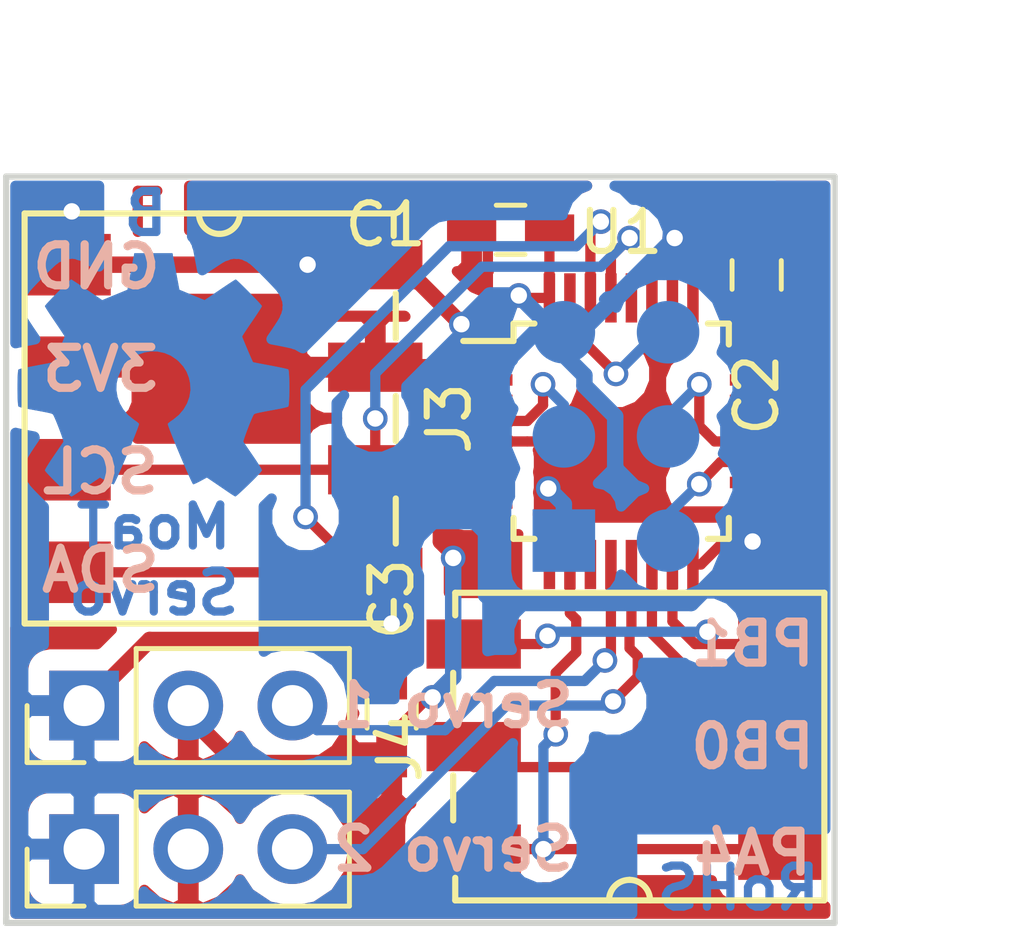
<source format=kicad_pcb>
(kicad_pcb (version 4) (host pcbnew 4.0.6+dfsg1-1)

  (general
    (links 35)
    (no_connects 0)
    (area 0 0 0 0)
    (thickness 1.6)
    (drawings 20)
    (tracks 197)
    (zones 0)
    (modules 10)
    (nets 30)
  )

  (page A4)
  (layers
    (0 F.Cu signal)
    (31 B.Cu signal)
    (32 B.Adhes user)
    (33 F.Adhes user)
    (34 B.Paste user)
    (35 F.Paste user)
    (36 B.SilkS user)
    (37 F.SilkS user)
    (38 B.Mask user)
    (39 F.Mask user)
    (40 Dwgs.User user)
    (41 Cmts.User user)
    (42 Eco1.User user)
    (43 Eco2.User user)
    (44 Edge.Cuts user)
    (45 Margin user)
    (46 B.CrtYd user)
    (47 F.CrtYd user)
    (48 B.Fab user)
    (49 F.Fab user)
  )

  (setup
    (last_trace_width 0.25)
    (trace_clearance 0.2)
    (zone_clearance 0.508)
    (zone_45_only no)
    (trace_min 0.2)
    (segment_width 0.2)
    (edge_width 0.15)
    (via_size 0.6)
    (via_drill 0.4)
    (via_min_size 0.4)
    (via_min_drill 0.3)
    (uvia_size 0.3)
    (uvia_drill 0.1)
    (uvias_allowed no)
    (uvia_min_size 0.2)
    (uvia_min_drill 0.1)
    (pcb_text_width 0.3)
    (pcb_text_size 1.5 1.5)
    (mod_edge_width 0.15)
    (mod_text_size 1 1)
    (mod_text_width 0.15)
    (pad_size 1.524 1.524)
    (pad_drill 0.762)
    (pad_to_mask_clearance 0.2)
    (aux_axis_origin 143.7 114.2)
    (grid_origin 143.7 114.2)
    (visible_elements FFFFEE7F)
    (pcbplotparams
      (layerselection 0x00030_80000001)
      (usegerberextensions false)
      (excludeedgelayer true)
      (linewidth 0.100000)
      (plotframeref false)
      (viasonmask false)
      (mode 1)
      (useauxorigin false)
      (hpglpennumber 1)
      (hpglpenspeed 20)
      (hpglpendiameter 15)
      (hpglpenoverlay 2)
      (psnegative false)
      (psa4output false)
      (plotreference true)
      (plotvalue true)
      (plotinvisibletext false)
      (padsonsilk false)
      (subtractmaskfromsilk false)
      (outputformat 1)
      (mirror false)
      (drillshape 1)
      (scaleselection 1)
      (outputdirectory ""))
  )

  (net 0 "")
  (net 1 +3V3)
  (net 2 GND)
  (net 3 "Net-(Prog1-Pad6)")
  (net 4 /Rx)
  (net 5 "Net-(Prog1-Pad3)")
  (net 6 /Tx)
  (net 7 "Net-(U1-Pad2)")
  (net 8 "Net-(U1-Pad3)")
  (net 9 "Net-(U1-Pad6)")
  (net 10 "Net-(U1-Pad7)")
  (net 11 "Net-(U1-Pad8)")
  (net 12 "Net-(U1-Pad9)")
  (net 13 "Net-(U1-Pad11)")
  (net 14 "Net-(U1-Pad18)")
  (net 15 "Net-(U1-Pad21)")
  (net 16 "Net-(U1-Pad22)")
  (net 17 "Net-(U1-Pad23)")
  (net 18 "Net-(U1-Pad24)")
  (net 19 "Net-(U1-Pad25)")
  (net 20 "Net-(U1-Pad26)")
  (net 21 "Net-(U1-Pad27)")
  (net 22 "Net-(U1-Pad28)")
  (net 23 "Net-(J1-Pad3)")
  (net 24 "Net-(J2-Pad3)")
  (net 25 /SDA)
  (net 26 /SCL)
  (net 27 "Net-(J4-Pad2)")
  (net 28 "Net-(J4-Pad1)")
  (net 29 "Net-(J4-Pad3)")

  (net_class Default "This is the default net class."
    (clearance 0.2)
    (trace_width 0.25)
    (via_dia 0.6)
    (via_drill 0.4)
    (uvia_dia 0.3)
    (uvia_drill 0.1)
    (add_net /Rx)
    (add_net /SCL)
    (add_net /SDA)
    (add_net /Tx)
    (add_net "Net-(J1-Pad3)")
    (add_net "Net-(J2-Pad3)")
    (add_net "Net-(J4-Pad1)")
    (add_net "Net-(J4-Pad2)")
    (add_net "Net-(J4-Pad3)")
    (add_net "Net-(Prog1-Pad3)")
    (add_net "Net-(Prog1-Pad6)")
    (add_net "Net-(U1-Pad11)")
    (add_net "Net-(U1-Pad18)")
    (add_net "Net-(U1-Pad2)")
    (add_net "Net-(U1-Pad21)")
    (add_net "Net-(U1-Pad22)")
    (add_net "Net-(U1-Pad23)")
    (add_net "Net-(U1-Pad24)")
    (add_net "Net-(U1-Pad25)")
    (add_net "Net-(U1-Pad26)")
    (add_net "Net-(U1-Pad27)")
    (add_net "Net-(U1-Pad28)")
    (add_net "Net-(U1-Pad3)")
    (add_net "Net-(U1-Pad6)")
    (add_net "Net-(U1-Pad7)")
    (add_net "Net-(U1-Pad8)")
    (add_net "Net-(U1-Pad9)")
  )

  (net_class Power ""
    (clearance 0.2)
    (trace_width 0.4)
    (via_dia 0.6)
    (via_drill 0.4)
    (uvia_dia 0.3)
    (uvia_drill 0.1)
    (add_net +3V3)
    (add_net GND)
  )

  (module Housings_QFP:LQFP-32_5x5mm_Pitch0.5mm (layer F.Cu) (tedit 5982865D) (tstamp 59822864)
    (at 158.596 102.31)
    (descr "LQFP32: plastic low profile quad flat package; 32 leads; body 5 x 5 x 1.4 mm (see NXP sot401-1_fr.pdf and sot401-1_po.pdf)")
    (tags "QFP 0.5")
    (path /5981FD72)
    (attr smd)
    (fp_text reference U1 (at 0 -4.85) (layer F.SilkS)
      (effects (font (size 1 1) (thickness 0.15)))
    )
    (fp_text value STM32F030K6Tx (at 0.127 5.08) (layer F.Fab) hide
      (effects (font (size 1 1) (thickness 0.15)))
    )
    (fp_text user %R (at 0 0) (layer F.Fab)
      (effects (font (size 1 1) (thickness 0.15)))
    )
    (fp_line (start -1.5 -2.5) (end 2.5 -2.5) (layer F.Fab) (width 0.15))
    (fp_line (start 2.5 -2.5) (end 2.5 2.5) (layer F.Fab) (width 0.15))
    (fp_line (start 2.5 2.5) (end -2.5 2.5) (layer F.Fab) (width 0.15))
    (fp_line (start -2.5 2.5) (end -2.5 -1.5) (layer F.Fab) (width 0.15))
    (fp_line (start -2.5 -1.5) (end -1.5 -2.5) (layer F.Fab) (width 0.15))
    (fp_line (start -4.1 -4.1) (end -4.1 4.1) (layer F.CrtYd) (width 0.05))
    (fp_line (start 4.1 -4.1) (end 4.1 4.1) (layer F.CrtYd) (width 0.05))
    (fp_line (start -4.1 -4.1) (end 4.1 -4.1) (layer F.CrtYd) (width 0.05))
    (fp_line (start -4.1 4.1) (end 4.1 4.1) (layer F.CrtYd) (width 0.05))
    (fp_line (start -2.625 -2.625) (end -2.625 -2.2) (layer F.SilkS) (width 0.15))
    (fp_line (start 2.625 -2.625) (end 2.625 -2.115) (layer F.SilkS) (width 0.15))
    (fp_line (start 2.625 2.625) (end 2.625 2.115) (layer F.SilkS) (width 0.15))
    (fp_line (start -2.625 2.625) (end -2.625 2.115) (layer F.SilkS) (width 0.15))
    (fp_line (start -2.625 -2.625) (end -2.115 -2.625) (layer F.SilkS) (width 0.15))
    (fp_line (start -2.625 2.625) (end -2.115 2.625) (layer F.SilkS) (width 0.15))
    (fp_line (start 2.625 2.625) (end 2.115 2.625) (layer F.SilkS) (width 0.15))
    (fp_line (start 2.625 -2.625) (end 2.115 -2.625) (layer F.SilkS) (width 0.15))
    (fp_line (start -2.625 -2.2) (end -3.85 -2.2) (layer F.SilkS) (width 0.15))
    (pad 1 smd rect (at -3.25 -1.75) (size 1.2 0.28) (layers F.Cu F.Paste F.Mask)
      (net 1 +3V3))
    (pad 2 smd rect (at -3.25 -1.25) (size 1.2 0.28) (layers F.Cu F.Paste F.Mask)
      (net 7 "Net-(U1-Pad2)"))
    (pad 3 smd rect (at -3.25 -0.75) (size 1.2 0.28) (layers F.Cu F.Paste F.Mask)
      (net 8 "Net-(U1-Pad3)"))
    (pad 4 smd rect (at -3.25 -0.25) (size 1.2 0.28) (layers F.Cu F.Paste F.Mask)
      (net 5 "Net-(Prog1-Pad3)"))
    (pad 5 smd rect (at -3.25 0.25) (size 1.2 0.28) (layers F.Cu F.Paste F.Mask)
      (net 1 +3V3))
    (pad 6 smd rect (at -3.25 0.75) (size 1.2 0.28) (layers F.Cu F.Paste F.Mask)
      (net 9 "Net-(U1-Pad6)"))
    (pad 7 smd rect (at -3.25 1.25) (size 1.2 0.28) (layers F.Cu F.Paste F.Mask)
      (net 10 "Net-(U1-Pad7)"))
    (pad 8 smd rect (at -3.25 1.75) (size 1.2 0.28) (layers F.Cu F.Paste F.Mask)
      (net 11 "Net-(U1-Pad8)"))
    (pad 9 smd rect (at -1.75 3.25 90) (size 1.2 0.28) (layers F.Cu F.Paste F.Mask)
      (net 12 "Net-(U1-Pad9)"))
    (pad 10 smd rect (at -1.25 3.25 90) (size 1.2 0.28) (layers F.Cu F.Paste F.Mask)
      (net 28 "Net-(J4-Pad1)"))
    (pad 11 smd rect (at -0.75 3.25 90) (size 1.2 0.28) (layers F.Cu F.Paste F.Mask)
      (net 13 "Net-(U1-Pad11)"))
    (pad 12 smd rect (at -0.25 3.25 90) (size 1.2 0.28) (layers F.Cu F.Paste F.Mask)
      (net 23 "Net-(J1-Pad3)"))
    (pad 13 smd rect (at 0.25 3.25 90) (size 1.2 0.28) (layers F.Cu F.Paste F.Mask)
      (net 24 "Net-(J2-Pad3)"))
    (pad 14 smd rect (at 0.75 3.25 90) (size 1.2 0.28) (layers F.Cu F.Paste F.Mask)
      (net 27 "Net-(J4-Pad2)"))
    (pad 15 smd rect (at 1.25 3.25 90) (size 1.2 0.28) (layers F.Cu F.Paste F.Mask)
      (net 29 "Net-(J4-Pad3)"))
    (pad 16 smd rect (at 1.75 3.25 90) (size 1.2 0.28) (layers F.Cu F.Paste F.Mask)
      (net 2 GND))
    (pad 17 smd rect (at 3.25 1.75) (size 1.2 0.28) (layers F.Cu F.Paste F.Mask)
      (net 1 +3V3))
    (pad 18 smd rect (at 3.25 1.25) (size 1.2 0.28) (layers F.Cu F.Paste F.Mask)
      (net 14 "Net-(U1-Pad18)"))
    (pad 19 smd rect (at 3.25 0.75) (size 1.2 0.28) (layers F.Cu F.Paste F.Mask)
      (net 6 /Tx))
    (pad 20 smd rect (at 3.25 0.25) (size 1.2 0.28) (layers F.Cu F.Paste F.Mask)
      (net 4 /Rx))
    (pad 21 smd rect (at 3.25 -0.25) (size 1.2 0.28) (layers F.Cu F.Paste F.Mask)
      (net 15 "Net-(U1-Pad21)"))
    (pad 22 smd rect (at 3.25 -0.75) (size 1.2 0.28) (layers F.Cu F.Paste F.Mask)
      (net 16 "Net-(U1-Pad22)"))
    (pad 23 smd rect (at 3.25 -1.25) (size 1.2 0.28) (layers F.Cu F.Paste F.Mask)
      (net 17 "Net-(U1-Pad23)"))
    (pad 24 smd rect (at 3.25 -1.75) (size 1.2 0.28) (layers F.Cu F.Paste F.Mask)
      (net 18 "Net-(U1-Pad24)"))
    (pad 25 smd rect (at 1.75 -3.25 90) (size 1.2 0.28) (layers F.Cu F.Paste F.Mask)
      (net 19 "Net-(U1-Pad25)"))
    (pad 26 smd rect (at 1.25 -3.25 90) (size 1.2 0.28) (layers F.Cu F.Paste F.Mask)
      (net 20 "Net-(U1-Pad26)"))
    (pad 27 smd rect (at 0.75 -3.25 90) (size 1.2 0.28) (layers F.Cu F.Paste F.Mask)
      (net 21 "Net-(U1-Pad27)"))
    (pad 28 smd rect (at 0.25 -3.25 90) (size 1.2 0.28) (layers F.Cu F.Paste F.Mask)
      (net 22 "Net-(U1-Pad28)"))
    (pad 29 smd rect (at -0.25 -3.25 90) (size 1.2 0.28) (layers F.Cu F.Paste F.Mask)
      (net 26 /SCL))
    (pad 30 smd rect (at -0.75 -3.25 90) (size 1.2 0.28) (layers F.Cu F.Paste F.Mask)
      (net 25 /SDA))
    (pad 31 smd rect (at -1.25 -3.25 90) (size 1.2 0.28) (layers F.Cu F.Paste F.Mask)
      (net 3 "Net-(Prog1-Pad6)"))
    (pad 32 smd rect (at -1.75 -3.25 90) (size 1.2 0.28) (layers F.Cu F.Paste F.Mask)
      (net 2 GND))
    (model Housings_QFP.3dshapes/LQFP-32_5x5mm_Pitch0.5mm.wrl
      (at (xyz 0 0 0))
      (scale (xyz 1 1 1))
      (rotate (xyz 0 0 0))
    )
  )

  (module Capacitors_SMD:C_0603_HandSoldering (layer F.Cu) (tedit 59828981) (tstamp 5981FE39)
    (at 155.9 97.4)
    (descr "Capacitor SMD 0603, hand soldering")
    (tags "capacitor 0603")
    (path /59812822)
    (attr smd)
    (fp_text reference C1 (at -3.048 -0.127) (layer F.SilkS)
      (effects (font (size 1 1) (thickness 0.15)))
    )
    (fp_text value 1µF (at 3.302 0) (layer F.Fab) hide
      (effects (font (size 1 1) (thickness 0.15)))
    )
    (fp_text user %R (at -3.048 -0.127) (layer F.Fab)
      (effects (font (size 1 1) (thickness 0.15)))
    )
    (fp_line (start -0.8 0.4) (end -0.8 -0.4) (layer F.Fab) (width 0.1))
    (fp_line (start 0.8 0.4) (end -0.8 0.4) (layer F.Fab) (width 0.1))
    (fp_line (start 0.8 -0.4) (end 0.8 0.4) (layer F.Fab) (width 0.1))
    (fp_line (start -0.8 -0.4) (end 0.8 -0.4) (layer F.Fab) (width 0.1))
    (fp_line (start -0.35 -0.6) (end 0.35 -0.6) (layer F.SilkS) (width 0.12))
    (fp_line (start 0.35 0.6) (end -0.35 0.6) (layer F.SilkS) (width 0.12))
    (fp_line (start -1.8 -0.65) (end 1.8 -0.65) (layer F.CrtYd) (width 0.05))
    (fp_line (start -1.8 -0.65) (end -1.8 0.65) (layer F.CrtYd) (width 0.05))
    (fp_line (start 1.8 0.65) (end 1.8 -0.65) (layer F.CrtYd) (width 0.05))
    (fp_line (start 1.8 0.65) (end -1.8 0.65) (layer F.CrtYd) (width 0.05))
    (pad 1 smd rect (at -0.95 0) (size 1.2 0.75) (layers F.Cu F.Paste F.Mask)
      (net 1 +3V3))
    (pad 2 smd rect (at 0.95 0) (size 1.2 0.75) (layers F.Cu F.Paste F.Mask)
      (net 2 GND))
    (model Capacitors_SMD.3dshapes/C_0603.wrl
      (at (xyz 0 0 0))
      (scale (xyz 1 1 1))
      (rotate (xyz 0 0 0))
    )
  )

  (module Capacitors_SMD:C_0603_HandSoldering (layer F.Cu) (tedit 59828985) (tstamp 5981FE4A)
    (at 161.9 98.5 90)
    (descr "Capacitor SMD 0603, hand soldering")
    (tags "capacitor 0603")
    (path /59812937)
    (attr smd)
    (fp_text reference C2 (at -2.921 0 90) (layer F.SilkS)
      (effects (font (size 1 1) (thickness 0.15)))
    )
    (fp_text value 10nF (at 3.556 0.127 90) (layer F.Fab) hide
      (effects (font (size 1 1) (thickness 0.15)))
    )
    (fp_text user %R (at -2.921 0 90) (layer F.Fab)
      (effects (font (size 1 1) (thickness 0.15)))
    )
    (fp_line (start -0.8 0.4) (end -0.8 -0.4) (layer F.Fab) (width 0.1))
    (fp_line (start 0.8 0.4) (end -0.8 0.4) (layer F.Fab) (width 0.1))
    (fp_line (start 0.8 -0.4) (end 0.8 0.4) (layer F.Fab) (width 0.1))
    (fp_line (start -0.8 -0.4) (end 0.8 -0.4) (layer F.Fab) (width 0.1))
    (fp_line (start -0.35 -0.6) (end 0.35 -0.6) (layer F.SilkS) (width 0.12))
    (fp_line (start 0.35 0.6) (end -0.35 0.6) (layer F.SilkS) (width 0.12))
    (fp_line (start -1.8 -0.65) (end 1.8 -0.65) (layer F.CrtYd) (width 0.05))
    (fp_line (start -1.8 -0.65) (end -1.8 0.65) (layer F.CrtYd) (width 0.05))
    (fp_line (start 1.8 0.65) (end 1.8 -0.65) (layer F.CrtYd) (width 0.05))
    (fp_line (start 1.8 0.65) (end -1.8 0.65) (layer F.CrtYd) (width 0.05))
    (pad 1 smd rect (at -0.95 0 90) (size 1.2 0.75) (layers F.Cu F.Paste F.Mask)
      (net 1 +3V3))
    (pad 2 smd rect (at 0.95 0 90) (size 1.2 0.75) (layers F.Cu F.Paste F.Mask)
      (net 2 GND))
    (model Capacitors_SMD.3dshapes/C_0603.wrl
      (at (xyz 0 0 0))
      (scale (xyz 1 1 1))
      (rotate (xyz 0 0 0))
    )
  )

  (module Capacitors_SMD:C_0603_HandSoldering (layer F.Cu) (tedit 59828636) (tstamp 5981FE5B)
    (at 153 109.2 90)
    (descr "Capacitor SMD 0603, hand soldering")
    (tags "capacitor 0603")
    (path /598129A9)
    (attr smd)
    (fp_text reference C3 (at 2.794 0 90) (layer F.SilkS)
      (effects (font (size 1 1) (thickness 0.15)))
    )
    (fp_text value 100nF (at -4.064 0 90) (layer F.Fab) hide
      (effects (font (size 1 1) (thickness 0.15)))
    )
    (fp_text user %R (at 2.794 0 90) (layer F.Fab)
      (effects (font (size 1 1) (thickness 0.15)))
    )
    (fp_line (start -0.8 0.4) (end -0.8 -0.4) (layer F.Fab) (width 0.1))
    (fp_line (start 0.8 0.4) (end -0.8 0.4) (layer F.Fab) (width 0.1))
    (fp_line (start 0.8 -0.4) (end 0.8 0.4) (layer F.Fab) (width 0.1))
    (fp_line (start -0.8 -0.4) (end 0.8 -0.4) (layer F.Fab) (width 0.1))
    (fp_line (start -0.35 -0.6) (end 0.35 -0.6) (layer F.SilkS) (width 0.12))
    (fp_line (start 0.35 0.6) (end -0.35 0.6) (layer F.SilkS) (width 0.12))
    (fp_line (start -1.8 -0.65) (end 1.8 -0.65) (layer F.CrtYd) (width 0.05))
    (fp_line (start -1.8 -0.65) (end -1.8 0.65) (layer F.CrtYd) (width 0.05))
    (fp_line (start 1.8 0.65) (end 1.8 -0.65) (layer F.CrtYd) (width 0.05))
    (fp_line (start 1.8 0.65) (end -1.8 0.65) (layer F.CrtYd) (width 0.05))
    (pad 1 smd rect (at -0.95 0 90) (size 1.2 0.75) (layers F.Cu F.Paste F.Mask)
      (net 1 +3V3))
    (pad 2 smd rect (at 0.95 0 90) (size 1.2 0.75) (layers F.Cu F.Paste F.Mask)
      (net 2 GND))
    (model Capacitors_SMD.3dshapes/C_0603.wrl
      (at (xyz 0 0 0))
      (scale (xyz 1 1 1))
      (rotate (xyz 0 0 0))
    )
  )

  (module MoaT:PogoPad_2x3_SMD (layer B.Cu) (tedit 59829B6A) (tstamp 5981FE65)
    (at 158.469 102.437)
    (path /59812F03)
    (fp_text reference Prog1 (at 0.131 4.163) (layer B.SilkS) hide
      (effects (font (size 1 1) (thickness 0.15)) (justify mirror))
    )
    (fp_text value PogoPad (at 0 -5.08) (layer B.Fab) hide
      (effects (font (size 1 1) (thickness 0.15)) (justify mirror))
    )
    (pad 6 smd circle (at 1.27 -2.54) (size 1.524 1.524) (layers B.Cu B.Mask)
      (net 3 "Net-(Prog1-Pad6)"))
    (pad 5 smd circle (at -1.27 -2.54) (size 1.524 1.524) (layers B.Cu B.Mask)
      (net 2 GND))
    (pad 4 smd circle (at 1.27 0) (size 1.524 1.524) (layers B.Cu B.Mask)
      (net 4 /Rx))
    (pad 3 smd circle (at -1.27 0) (size 1.524 1.524) (layers B.Cu B.Mask)
      (net 5 "Net-(Prog1-Pad3)"))
    (pad 2 smd circle (at 1.27 2.54) (size 1.524 1.524) (layers B.Cu B.Mask)
      (net 6 /Tx))
    (pad 1 smd rect (at -1.27 2.54) (size 1.524 1.524) (layers B.Cu B.Mask)
      (net 1 +3V3))
  )

  (module Pin_Headers:Pin_Header_Straight_1x03_Pitch2.54mm (layer F.Cu) (tedit 59828679) (tstamp 598FE640)
    (at 145.5 109 90)
    (descr "Through hole straight pin header, 1x03, 2.54mm pitch, single row")
    (tags "Through hole pin header THT 1x03 2.54mm single row")
    (path /598279FD)
    (fp_text reference J1 (at 0 -2.39 90) (layer F.SilkS) hide
      (effects (font (size 1 1) (thickness 0.15)))
    )
    (fp_text value "Servo 1" (at 2.413 1.27 180) (layer F.Fab) hide
      (effects (font (size 1 1) (thickness 0.15)))
    )
    (fp_line (start -1.27 -1.27) (end -1.27 6.35) (layer F.Fab) (width 0.1))
    (fp_line (start -1.27 6.35) (end 1.27 6.35) (layer F.Fab) (width 0.1))
    (fp_line (start 1.27 6.35) (end 1.27 -1.27) (layer F.Fab) (width 0.1))
    (fp_line (start 1.27 -1.27) (end -1.27 -1.27) (layer F.Fab) (width 0.1))
    (fp_line (start -1.39 1.27) (end -1.39 6.47) (layer F.SilkS) (width 0.12))
    (fp_line (start -1.39 6.47) (end 1.39 6.47) (layer F.SilkS) (width 0.12))
    (fp_line (start 1.39 6.47) (end 1.39 1.27) (layer F.SilkS) (width 0.12))
    (fp_line (start 1.39 1.27) (end -1.39 1.27) (layer F.SilkS) (width 0.12))
    (fp_line (start -1.39 0) (end -1.39 -1.39) (layer F.SilkS) (width 0.12))
    (fp_line (start -1.39 -1.39) (end 0 -1.39) (layer F.SilkS) (width 0.12))
    (fp_line (start -1.6 -1.6) (end -1.6 6.6) (layer F.CrtYd) (width 0.05))
    (fp_line (start -1.6 6.6) (end 1.6 6.6) (layer F.CrtYd) (width 0.05))
    (fp_line (start 1.6 6.6) (end 1.6 -1.6) (layer F.CrtYd) (width 0.05))
    (fp_line (start 1.6 -1.6) (end -1.6 -1.6) (layer F.CrtYd) (width 0.05))
    (pad 1 thru_hole rect (at 0 0 90) (size 1.7 1.7) (drill 1) (layers *.Cu *.Mask)
      (net 2 GND))
    (pad 2 thru_hole oval (at 0 2.54 90) (size 1.7 1.7) (drill 1) (layers *.Cu *.Mask)
      (net 1 +3V3))
    (pad 3 thru_hole oval (at 0 5.08 90) (size 1.7 1.7) (drill 1) (layers *.Cu *.Mask)
      (net 23 "Net-(J1-Pad3)"))
    (model Pin_Headers.3dshapes/Pin_Header_Straight_1x03_Pitch2.54mm.wrl
      (at (xyz 0 -0.1 0))
      (scale (xyz 1 1 1))
      (rotate (xyz 0 0 90))
    )
  )

  (module Pin_Headers:Pin_Header_Straight_1x03_Pitch2.54mm (layer F.Cu) (tedit 59828687) (tstamp 598FE654)
    (at 145.5 112.5 90)
    (descr "Through hole straight pin header, 1x03, 2.54mm pitch, single row")
    (tags "Through hole pin header THT 1x03 2.54mm single row")
    (path /59827AF0)
    (fp_text reference J2 (at 0 -2.39 90) (layer F.SilkS) hide
      (effects (font (size 1 1) (thickness 0.15)))
    )
    (fp_text value "Servo 2" (at -5.842 1.016 90) (layer F.Fab) hide
      (effects (font (size 1 1) (thickness 0.15)))
    )
    (fp_line (start -1.27 -1.27) (end -1.27 6.35) (layer F.Fab) (width 0.1))
    (fp_line (start -1.27 6.35) (end 1.27 6.35) (layer F.Fab) (width 0.1))
    (fp_line (start 1.27 6.35) (end 1.27 -1.27) (layer F.Fab) (width 0.1))
    (fp_line (start 1.27 -1.27) (end -1.27 -1.27) (layer F.Fab) (width 0.1))
    (fp_line (start -1.39 1.27) (end -1.39 6.47) (layer F.SilkS) (width 0.12))
    (fp_line (start -1.39 6.47) (end 1.39 6.47) (layer F.SilkS) (width 0.12))
    (fp_line (start 1.39 6.47) (end 1.39 1.27) (layer F.SilkS) (width 0.12))
    (fp_line (start 1.39 1.27) (end -1.39 1.27) (layer F.SilkS) (width 0.12))
    (fp_line (start -1.39 0) (end -1.39 -1.39) (layer F.SilkS) (width 0.12))
    (fp_line (start -1.39 -1.39) (end 0 -1.39) (layer F.SilkS) (width 0.12))
    (fp_line (start -1.6 -1.6) (end -1.6 6.6) (layer F.CrtYd) (width 0.05))
    (fp_line (start -1.6 6.6) (end 1.6 6.6) (layer F.CrtYd) (width 0.05))
    (fp_line (start 1.6 6.6) (end 1.6 -1.6) (layer F.CrtYd) (width 0.05))
    (fp_line (start 1.6 -1.6) (end -1.6 -1.6) (layer F.CrtYd) (width 0.05))
    (pad 1 thru_hole rect (at 0 0 90) (size 1.7 1.7) (drill 1) (layers *.Cu *.Mask)
      (net 2 GND))
    (pad 2 thru_hole oval (at 0 2.54 90) (size 1.7 1.7) (drill 1) (layers *.Cu *.Mask)
      (net 1 +3V3))
    (pad 3 thru_hole oval (at 0 5.08 90) (size 1.7 1.7) (drill 1) (layers *.Cu *.Mask)
      (net 24 "Net-(J2-Pad3)"))
    (model Pin_Headers.3dshapes/Pin_Header_Straight_1x03_Pitch2.54mm.wrl
      (at (xyz 0 -0.1 0))
      (scale (xyz 1 1 1))
      (rotate (xyz 0 0 90))
    )
  )

  (module MoaT:AVX_9276_4Pin_HS (layer F.Cu) (tedit 598290A2) (tstamp 59929D3C)
    (at 148.8 102 270)
    (path /59827F94)
    (fp_text reference J3 (at 0 -5.6 270) (layer F.SilkS)
      (effects (font (size 1 1) (thickness 0.15)))
    )
    (fp_text value System (at -2.7 -0.4 360) (layer F.Fab)
      (effects (font (size 1 1) (thickness 0.15)))
    )
    (fp_line (start -5 -4.25) (end -4.45 -4.25) (layer F.SilkS) (width 0.15))
    (fp_line (start -1.95 -4.3) (end -3.05 -4.3) (layer F.SilkS) (width 0.15))
    (fp_line (start 0.55 -4.3) (end -0.55 -4.3) (layer F.SilkS) (width 0.15))
    (fp_line (start 3.05 -4.3) (end 1.95 -4.3) (layer F.SilkS) (width 0.15))
    (fp_line (start 5 -4.25) (end 4.45 -4.25) (layer F.SilkS) (width 0.15))
    (fp_line (start -5 4.75) (end 5 4.75) (layer F.SilkS) (width 0.15))
    (fp_line (start 5 4.75) (end 5 -4.25) (layer F.SilkS) (width 0.15))
    (fp_line (start -5 -4.25) (end -5 4.75) (layer F.SilkS) (width 0.15))
    (fp_arc (start -5 0) (end -4.5 0) (angle 90) (layer F.SilkS) (width 0.15))
    (fp_arc (start -5 0) (end -5 -0.5) (angle 90) (layer F.SilkS) (width 0.15))
    (pad 4 smd rect (at 3.75 3.7 270) (size 1.5 2.1) (layers F.Cu F.Paste F.Mask)
      (net 25 /SDA))
    (pad 3 smd rect (at 1.25 3.7 270) (size 1.5 2.1) (layers F.Cu F.Paste F.Mask)
      (net 26 /SCL))
    (pad 2 smd rect (at -1.25 3.7 270) (size 1.5 2.1) (layers F.Cu F.Paste F.Mask)
      (net 1 +3V3))
    (pad 1 smd rect (at -3.75 3.7 270) (size 1.5 2.1) (layers F.Cu F.Paste F.Mask)
      (net 2 GND))
    (pad 1 smd rect (at -3.75 -3.8 270) (size 1.2 2.3) (layers F.Cu F.Paste F.Mask)
      (net 2 GND))
    (pad 2 smd rect (at -1.25 -3.8 270) (size 1.2 2.3) (layers F.Cu F.Paste F.Mask)
      (net 1 +3V3))
    (pad 3 smd rect (at 1.25 -3.8 270) (size 1.2 2.3) (layers F.Cu F.Paste F.Mask)
      (net 26 /SCL))
    (pad 4 smd rect (at 3.75 -3.8 270) (size 1.2 2.3) (layers F.Cu F.Paste F.Mask)
      (net 25 /SDA))
  )

  (module MoaT:AVX_9276_3Pin_HS (layer F.Cu) (tedit 59827821) (tstamp 5992A1EF)
    (at 158.8 110 90)
    (path /59828470)
    (fp_text reference J4 (at 0 -5.6 90) (layer F.SilkS)
      (effects (font (size 1 1) (thickness 0.15)))
    )
    (fp_text value I/O (at 0 0 90) (layer F.Fab)
      (effects (font (size 1 1) (thickness 0.15)))
    )
    (fp_line (start -3.75 -4.25) (end -3.2 -4.25) (layer F.SilkS) (width 0.15))
    (fp_line (start -0.7 -4.3) (end -1.8 -4.3) (layer F.SilkS) (width 0.15))
    (fp_line (start 1.8 -4.3) (end 0.7 -4.3) (layer F.SilkS) (width 0.15))
    (fp_line (start 3.75 -4.25) (end 3.2 -4.25) (layer F.SilkS) (width 0.15))
    (fp_line (start -3.75 4.75) (end 3.75 4.75) (layer F.SilkS) (width 0.15))
    (fp_line (start 3.75 4.75) (end 3.75 -4.25) (layer F.SilkS) (width 0.15))
    (fp_line (start -3.75 -4.25) (end -3.75 4.75) (layer F.SilkS) (width 0.15))
    (fp_arc (start -3.75 0) (end -3.25 0) (angle 90) (layer F.SilkS) (width 0.15))
    (fp_arc (start -3.75 0) (end -3.75 -0.5) (angle 90) (layer F.SilkS) (width 0.15))
    (pad 3 smd rect (at 2.5 3.7 90) (size 1.5 2.1) (layers F.Cu F.Paste F.Mask)
      (net 29 "Net-(J4-Pad3)"))
    (pad 2 smd rect (at 0 3.7 90) (size 1.5 2.1) (layers F.Cu F.Paste F.Mask)
      (net 27 "Net-(J4-Pad2)"))
    (pad 1 smd rect (at -2.5 3.7 90) (size 1.5 2.1) (layers F.Cu F.Paste F.Mask)
      (net 28 "Net-(J4-Pad1)"))
    (pad 1 smd rect (at -2.5 -3.8 90) (size 1.2 2.3) (layers F.Cu F.Paste F.Mask)
      (net 28 "Net-(J4-Pad1)"))
    (pad 2 smd rect (at 0 -3.8 90) (size 1.2 2.3) (layers F.Cu F.Paste F.Mask)
      (net 27 "Net-(J4-Pad2)"))
    (pad 3 smd rect (at 2.5 -3.8 90) (size 1.2 2.3) (layers F.Cu F.Paste F.Mask)
      (net 29 "Net-(J4-Pad3)"))
  )

  (module Symbols:OSHW-Symbol_6.7x6mm_Copper (layer B.Cu) (tedit 598294DA) (tstamp 59A217C3)
    (at 147.2 100.95 180)
    (descr "Open Source Hardware Symbol")
    (tags "Logo Symbol OSHW")
    (attr virtual)
    (fp_text reference OSHW (at 0 0 180) (layer B.SilkS) hide
      (effects (font (size 1 1) (thickness 0.15)) (justify mirror))
    )
    (fp_text value OSHW-Symbol_6.7x6mm_Copper (at 0.75 0 180) (layer B.Fab) hide
      (effects (font (size 1 1) (thickness 0.15)) (justify mirror))
    )
    (fp_poly (pts (xy 0.555814 2.531069) (xy 0.639635 2.086445) (xy 0.94892 1.958947) (xy 1.258206 1.831449)
      (xy 1.629246 2.083754) (xy 1.733157 2.154004) (xy 1.827087 2.216728) (xy 1.906652 2.269062)
      (xy 1.96747 2.308143) (xy 2.005157 2.331107) (xy 2.015421 2.336058) (xy 2.03391 2.323324)
      (xy 2.07342 2.288118) (xy 2.129522 2.234938) (xy 2.197787 2.168282) (xy 2.273786 2.092646)
      (xy 2.353092 2.012528) (xy 2.431275 1.932426) (xy 2.503907 1.856836) (xy 2.566559 1.790255)
      (xy 2.614803 1.737182) (xy 2.64421 1.702113) (xy 2.651241 1.690377) (xy 2.641123 1.66874)
      (xy 2.612759 1.621338) (xy 2.569129 1.552807) (xy 2.513218 1.467785) (xy 2.448006 1.370907)
      (xy 2.410219 1.31565) (xy 2.341343 1.214752) (xy 2.28014 1.123701) (xy 2.229578 1.04703)
      (xy 2.192628 0.989272) (xy 2.172258 0.954957) (xy 2.169197 0.947746) (xy 2.176136 0.927252)
      (xy 2.195051 0.879487) (xy 2.223087 0.811168) (xy 2.257391 0.729011) (xy 2.295109 0.63973)
      (xy 2.333387 0.550042) (xy 2.36937 0.466662) (xy 2.400206 0.396306) (xy 2.423039 0.34569)
      (xy 2.435017 0.321529) (xy 2.435724 0.320578) (xy 2.454531 0.315964) (xy 2.504618 0.305672)
      (xy 2.580793 0.290713) (xy 2.677865 0.272099) (xy 2.790643 0.250841) (xy 2.856442 0.238582)
      (xy 2.97695 0.215638) (xy 3.085797 0.193805) (xy 3.177476 0.174278) (xy 3.246481 0.158252)
      (xy 3.287304 0.146921) (xy 3.295511 0.143326) (xy 3.303548 0.118994) (xy 3.310033 0.064041)
      (xy 3.31497 -0.015108) (xy 3.318364 -0.112026) (xy 3.320218 -0.220287) (xy 3.320538 -0.333465)
      (xy 3.319327 -0.445135) (xy 3.31659 -0.548868) (xy 3.312331 -0.638241) (xy 3.306555 -0.706826)
      (xy 3.299267 -0.748197) (xy 3.294895 -0.75681) (xy 3.268764 -0.767133) (xy 3.213393 -0.781892)
      (xy 3.136107 -0.799352) (xy 3.04423 -0.81778) (xy 3.012158 -0.823741) (xy 2.857524 -0.852066)
      (xy 2.735375 -0.874876) (xy 2.641673 -0.89308) (xy 2.572384 -0.907583) (xy 2.523471 -0.919292)
      (xy 2.490897 -0.929115) (xy 2.470628 -0.937956) (xy 2.458626 -0.946724) (xy 2.456947 -0.948457)
      (xy 2.440184 -0.976371) (xy 2.414614 -1.030695) (xy 2.382788 -1.104777) (xy 2.34726 -1.191965)
      (xy 2.310583 -1.285608) (xy 2.275311 -1.379052) (xy 2.243996 -1.465647) (xy 2.219193 -1.53874)
      (xy 2.203454 -1.591678) (xy 2.199332 -1.617811) (xy 2.199676 -1.618726) (xy 2.213641 -1.640086)
      (xy 2.245322 -1.687084) (xy 2.291391 -1.754827) (xy 2.348518 -1.838423) (xy 2.413373 -1.932982)
      (xy 2.431843 -1.959854) (xy 2.497699 -2.057275) (xy 2.55565 -2.146163) (xy 2.602538 -2.221412)
      (xy 2.635207 -2.27792) (xy 2.6505 -2.310581) (xy 2.651241 -2.314593) (xy 2.638392 -2.335684)
      (xy 2.602888 -2.377464) (xy 2.549293 -2.435445) (xy 2.482171 -2.505135) (xy 2.406087 -2.582045)
      (xy 2.325604 -2.661683) (xy 2.245287 -2.739561) (xy 2.169699 -2.811186) (xy 2.103405 -2.87207)
      (xy 2.050969 -2.917721) (xy 2.016955 -2.94365) (xy 2.007545 -2.947883) (xy 1.985643 -2.937912)
      (xy 1.9408 -2.91102) (xy 1.880321 -2.871736) (xy 1.833789 -2.840117) (xy 1.749475 -2.782098)
      (xy 1.649626 -2.713784) (xy 1.549473 -2.645579) (xy 1.495627 -2.609075) (xy 1.313371 -2.4858)
      (xy 1.160381 -2.56852) (xy 1.090682 -2.604759) (xy 1.031414 -2.632926) (xy 0.991311 -2.648991)
      (xy 0.981103 -2.651226) (xy 0.968829 -2.634722) (xy 0.944613 -2.588082) (xy 0.910263 -2.515609)
      (xy 0.867588 -2.421606) (xy 0.818394 -2.310374) (xy 0.76449 -2.186215) (xy 0.707684 -2.053432)
      (xy 0.649782 -1.916327) (xy 0.592593 -1.779202) (xy 0.537924 -1.646358) (xy 0.487584 -1.522098)
      (xy 0.44338 -1.410725) (xy 0.407119 -1.316539) (xy 0.380609 -1.243844) (xy 0.365658 -1.196941)
      (xy 0.363254 -1.180833) (xy 0.382311 -1.160286) (xy 0.424036 -1.126933) (xy 0.479706 -1.087702)
      (xy 0.484378 -1.084599) (xy 0.628264 -0.969423) (xy 0.744283 -0.835053) (xy 0.83143 -0.685784)
      (xy 0.888699 -0.525913) (xy 0.915086 -0.359737) (xy 0.909585 -0.191552) (xy 0.87119 -0.025655)
      (xy 0.798895 0.133658) (xy 0.777626 0.168513) (xy 0.666996 0.309263) (xy 0.536302 0.422286)
      (xy 0.390064 0.506997) (xy 0.232808 0.562806) (xy 0.069057 0.589126) (xy -0.096667 0.58537)
      (xy -0.259838 0.55095) (xy -0.415935 0.485277) (xy -0.560433 0.387765) (xy -0.605131 0.348187)
      (xy -0.718888 0.224297) (xy -0.801782 0.093876) (xy -0.858644 -0.052315) (xy -0.890313 -0.197088)
      (xy -0.898131 -0.35986) (xy -0.872062 -0.52344) (xy -0.814755 -0.682298) (xy -0.728856 -0.830906)
      (xy -0.617014 -0.963735) (xy -0.481877 -1.075256) (xy -0.464117 -1.087011) (xy -0.40785 -1.125508)
      (xy -0.365077 -1.158863) (xy -0.344628 -1.18016) (xy -0.344331 -1.180833) (xy -0.348721 -1.203871)
      (xy -0.366124 -1.256157) (xy -0.394732 -1.33339) (xy -0.432735 -1.431268) (xy -0.478326 -1.545491)
      (xy -0.529697 -1.671758) (xy -0.585038 -1.805767) (xy -0.642542 -1.943218) (xy -0.700399 -2.079808)
      (xy -0.756802 -2.211237) (xy -0.809942 -2.333205) (xy -0.85801 -2.441409) (xy -0.899199 -2.531549)
      (xy -0.931699 -2.599323) (xy -0.953703 -2.64043) (xy -0.962564 -2.651226) (xy -0.98964 -2.642819)
      (xy -1.040303 -2.620272) (xy -1.105817 -2.587613) (xy -1.141841 -2.56852) (xy -1.294832 -2.4858)
      (xy -1.477088 -2.609075) (xy -1.570125 -2.672228) (xy -1.671985 -2.741727) (xy -1.767438 -2.807165)
      (xy -1.81525 -2.840117) (xy -1.882495 -2.885273) (xy -1.939436 -2.921057) (xy -1.978646 -2.942938)
      (xy -1.991381 -2.947563) (xy -2.009917 -2.935085) (xy -2.050941 -2.900252) (xy -2.110475 -2.846678)
      (xy -2.184542 -2.777983) (xy -2.269165 -2.697781) (xy -2.322685 -2.646286) (xy -2.416319 -2.554286)
      (xy -2.497241 -2.471999) (xy -2.562177 -2.402945) (xy -2.607858 -2.350644) (xy -2.631011 -2.318616)
      (xy -2.633232 -2.312116) (xy -2.622924 -2.287394) (xy -2.594439 -2.237405) (xy -2.550937 -2.167212)
      (xy -2.495577 -2.081875) (xy -2.43152 -1.986456) (xy -2.413303 -1.959854) (xy -2.346927 -1.863167)
      (xy -2.287378 -1.776117) (xy -2.237984 -1.703595) (xy -2.202075 -1.650493) (xy -2.182981 -1.621703)
      (xy -2.181136 -1.618726) (xy -2.183895 -1.595782) (xy -2.198538 -1.545336) (xy -2.222513 -1.474041)
      (xy -2.253266 -1.388547) (xy -2.288244 -1.295507) (xy -2.324893 -1.201574) (xy -2.360661 -1.113399)
      (xy -2.392994 -1.037634) (xy -2.419338 -0.980931) (xy -2.437142 -0.949943) (xy -2.438407 -0.948457)
      (xy -2.449294 -0.939601) (xy -2.467682 -0.930843) (xy -2.497606 -0.921277) (xy -2.543103 -0.909996)
      (xy -2.608209 -0.896093) (xy -2.696961 -0.878663) (xy -2.813393 -0.856798) (xy -2.961542 -0.829591)
      (xy -2.993618 -0.823741) (xy -3.088686 -0.805374) (xy -3.171565 -0.787405) (xy -3.23493 -0.771569)
      (xy -3.271458 -0.7596) (xy -3.276356 -0.75681) (xy -3.284427 -0.732072) (xy -3.290987 -0.67679)
      (xy -3.296033 -0.597389) (xy -3.299559 -0.500296) (xy -3.301561 -0.391938) (xy -3.302036 -0.27874)
      (xy -3.300977 -0.167128) (xy -3.298382 -0.063529) (xy -3.294246 0.025632) (xy -3.288563 0.093928)
      (xy -3.281331 0.134934) (xy -3.276971 0.143326) (xy -3.252698 0.151792) (xy -3.197426 0.165565)
      (xy -3.116662 0.18345) (xy -3.015912 0.204252) (xy -2.900683 0.226777) (xy -2.837902 0.238582)
      (xy -2.718787 0.260849) (xy -2.612565 0.281021) (xy -2.524427 0.298085) (xy -2.459566 0.311031)
      (xy -2.423174 0.318845) (xy -2.417184 0.320578) (xy -2.407061 0.34011) (xy -2.385662 0.387157)
      (xy -2.355839 0.454997) (xy -2.320445 0.536909) (xy -2.282332 0.626172) (xy -2.244353 0.716065)
      (xy -2.20936 0.799865) (xy -2.180206 0.870853) (xy -2.159743 0.922306) (xy -2.150823 0.947503)
      (xy -2.150657 0.948604) (xy -2.160769 0.968481) (xy -2.189117 1.014223) (xy -2.232723 1.081283)
      (xy -2.288606 1.165116) (xy -2.353787 1.261174) (xy -2.391679 1.31635) (xy -2.460725 1.417519)
      (xy -2.52205 1.50937) (xy -2.572663 1.587256) (xy -2.609571 1.646531) (xy -2.629782 1.682549)
      (xy -2.632701 1.690623) (xy -2.620153 1.709416) (xy -2.585463 1.749543) (xy -2.533063 1.806507)
      (xy -2.467384 1.875815) (xy -2.392856 1.952969) (xy -2.313913 2.033475) (xy -2.234983 2.112837)
      (xy -2.1605 2.18656) (xy -2.094894 2.250148) (xy -2.042596 2.299106) (xy -2.008039 2.328939)
      (xy -1.996478 2.336058) (xy -1.977654 2.326047) (xy -1.932631 2.297922) (xy -1.865787 2.254546)
      (xy -1.781499 2.198782) (xy -1.684144 2.133494) (xy -1.610707 2.083754) (xy -1.239667 1.831449)
      (xy -0.621095 2.086445) (xy -0.537275 2.531069) (xy -0.453454 2.975693) (xy 0.471994 2.975693)
      (xy 0.555814 2.531069)) (layer B.Cu) (width 0.01))
  )

  (dimension 18.3 (width 0.3) (layer Cmts.User)
    (gr_text "18 mm" (at 165.75 105.15 270) (layer Cmts.User) (tstamp 59A218B5)
      (effects (font (size 1.5 1.5) (thickness 0.3)))
    )
    (feature1 (pts (xy 163.8 114.3) (xy 167.1 114.3)))
    (feature2 (pts (xy 163.8 96) (xy 167.1 96)))
    (crossbar (pts (xy 164.4 96) (xy 164.4 114.3)))
    (arrow1a (pts (xy 164.4 114.3) (xy 163.813579 113.173496)))
    (arrow1b (pts (xy 164.4 114.3) (xy 164.986421 113.173496)))
    (arrow2a (pts (xy 164.4 96) (xy 163.813579 97.126504)))
    (arrow2b (pts (xy 164.4 96) (xy 164.986421 97.126504)))
  )
  (dimension 20.2 (width 0.3) (layer Cmts.User)
    (gr_text "20 mm" (at 153.7 93.65) (layer Cmts.User)
      (effects (font (size 1.5 1.5) (thickness 0.3)))
    )
    (feature1 (pts (xy 163.8 96) (xy 163.8 92.3)))
    (feature2 (pts (xy 143.6 96) (xy 143.6 92.3)))
    (crossbar (pts (xy 143.6 95) (xy 163.8 95)))
    (arrow1a (pts (xy 163.8 95) (xy 162.673496 95.586421)))
    (arrow1b (pts (xy 163.8 95) (xy 162.673496 94.413579)))
    (arrow2a (pts (xy 143.6 95) (xy 144.726504 95.586421)))
    (arrow2b (pts (xy 143.6 95) (xy 144.726504 94.413579)))
  )
  (gr_line (start 143.6 114.3) (end 143.6 114.2) (angle 90) (layer Edge.Cuts) (width 0.15))
  (gr_line (start 163.8 114.3) (end 143.6 114.3) (angle 90) (layer Edge.Cuts) (width 0.15))
  (gr_line (start 163.8 96.1) (end 163.8 114.3) (angle 90) (layer Edge.Cuts) (width 0.15))
  (gr_line (start 143.6 96.1) (end 163.8 96.1) (angle 90) (layer Edge.Cuts) (width 0.15))
  (gr_line (start 143.6 114.3) (end 143.6 96.1) (angle 90) (layer Edge.Cuts) (width 0.15))
  (gr_text "Servo 2" (at 154.5 112.5) (layer B.SilkS) (tstamp 59A21898)
    (effects (font (size 1 1) (thickness 0.2)) (justify mirror))
  )
  (gr_text "Servo 1" (at 154.5 109) (layer B.SilkS) (tstamp 59A21894)
    (effects (font (size 1 1) (thickness 0.2)) (justify mirror))
  )
  (gr_text PB1 (at 161.8 107.5) (layer B.SilkS) (tstamp 59A2187B)
    (effects (font (size 1 1) (thickness 0.2)) (justify mirror))
  )
  (gr_text PB0 (at 161.8 110) (layer B.SilkS) (tstamp 59A21877)
    (effects (font (size 1 1) (thickness 0.2)) (justify mirror))
  )
  (gr_text PA4 (at 161.8 112.6) (layer B.SilkS) (tstamp 59A21873)
    (effects (font (size 1 1) (thickness 0.2)) (justify mirror))
  )
  (gr_text SDA (at 145.9 105.7) (layer B.SilkS) (tstamp 59A2186F)
    (effects (font (size 1 1) (thickness 0.2)) (justify mirror))
  )
  (gr_text SCL (at 145.9 103.3) (layer B.SilkS) (tstamp 59A21861)
    (effects (font (size 1 1) (thickness 0.2)) (justify mirror))
  )
  (gr_text 3V3 (at 145.9 100.8) (layer B.SilkS)
    (effects (font (size 1 1) (thickness 0.2)) (justify mirror))
  )
  (gr_text GND (at 145.8 98.3) (layer B.SilkS)
    (effects (font (size 1 1) (thickness 0.2)) (justify mirror))
  )
  (gr_text "MoaT\nServo" (at 147.2 105.45) (layer B.Cu)
    (effects (font (size 1 1) (thickness 0.2)) (justify mirror))
  )
  (gr_text RoHS (at 161.45 113.45) (layer B.Cu)
    (effects (font (size 1 1) (thickness 0.2)) (justify mirror))
  )
  (gr_text F (at 147 97) (layer F.Cu)
    (effects (font (size 1 1) (thickness 0.25)))
  )
  (gr_text B (at 147 97) (layer B.Cu)
    (effects (font (size 1 1) (thickness 0.2)) (justify mirror))
  )

  (segment (start 161.846 104.06) (end 163.04 104.06) (width 0.25) (layer F.Cu) (net 1))
  (segment (start 162.95 99.45) (end 161.9 99.45) (width 0.25) (layer F.Cu) (net 1) (tstamp 59A21854))
  (segment (start 163.1 99.6) (end 162.95 99.45) (width 0.4) (layer F.Cu) (net 1) (tstamp 59A21853))
  (segment (start 163.1 104) (end 163.1 99.6) (width 0.4) (layer F.Cu) (net 1) (tstamp 59A21852))
  (segment (start 163.04 104.06) (end 163.1 104) (width 0.4) (layer F.Cu) (net 1) (tstamp 59A21851))
  (segment (start 154.5 105.4) (end 154.5 105.3) (width 0.25) (layer F.Cu) (net 1))
  (segment (start 154.2 105) (end 154.2 102.4) (width 0.4) (layer F.Cu) (net 1) (tstamp 59A21828))
  (segment (start 154.5 105.3) (end 154.2 105) (width 0.4) (layer F.Cu) (net 1) (tstamp 59A21827))
  (segment (start 152.6 100.75) (end 154.2 100.75) (width 0.4) (layer F.Cu) (net 1))
  (segment (start 154.2 100.75) (end 154.2 100.7) (width 0.25) (layer F.Cu) (net 1) (tstamp 59A21824))
  (segment (start 156.306 102.56) (end 156.66 102.56) (width 0.25) (layer F.Cu) (net 1))
  (segment (start 156.818 103.707) (end 156.818 103.072) (width 0.4) (layer F.Cu) (net 1) (tstamp 59822A5E))
  (segment (start 156.306 102.56) (end 155.346 102.56) (width 0.25) (layer F.Cu) (net 1))
  (segment (start 156.818 102.718) (end 156.818 103.072) (width 0.4) (layer F.Cu) (net 1) (tstamp 59A21821))
  (segment (start 156.66 102.56) (end 156.818 102.718) (width 0.4) (layer F.Cu) (net 1) (tstamp 59A21820))
  (segment (start 155.346 100.56) (end 154.34 100.56) (width 0.25) (layer F.Cu) (net 1))
  (segment (start 154.34 100.56) (end 154.2 100.7) (width 0.4) (layer F.Cu) (net 1) (tstamp 59A2181A))
  (segment (start 154.56 102.56) (end 155.546 102.56) (width 0.25) (layer F.Cu) (net 1) (tstamp 5992A05E))
  (segment (start 154.36 102.56) (end 154.56 102.56) (width 0.25) (layer F.Cu) (net 1) (tstamp 59A2181D))
  (segment (start 154.2 102.4) (end 154.36 102.56) (width 0.25) (layer F.Cu) (net 1) (tstamp 59A2181C))
  (segment (start 154.2 100.7) (end 154.2 102.4) (width 0.4) (layer F.Cu) (net 1) (tstamp 59A2181B))
  (segment (start 153 110.15) (end 153 109.7) (width 0.25) (layer F.Cu) (net 1))
  (segment (start 153 109.7) (end 153.9 108.8) (width 0.25) (layer F.Cu) (net 1) (tstamp 5992A319))
  (segment (start 154.56 105.4) (end 154.56 105.44) (width 0.25) (layer F.Cu) (net 1) (tstamp 5992A320))
  (segment (start 154.5 105.4) (end 154.56 105.4) (width 0.25) (layer F.Cu) (net 1) (tstamp 5992A31F))
  (via (at 154.5 105.4) (size 0.6) (drill 0.4) (layers F.Cu B.Cu) (net 1))
  (segment (start 154.5 108.3) (end 154.5 105.4) (width 0.4) (layer B.Cu) (net 1) (tstamp 5992A31D))
  (segment (start 154 108.8) (end 154.5 108.3) (width 0.4) (layer B.Cu) (net 1) (tstamp 5992A31C))
  (via (at 154 108.8) (size 0.6) (drill 0.4) (layers F.Cu B.Cu) (net 1))
  (segment (start 153.9 108.8) (end 154 108.8) (width 0.25) (layer F.Cu) (net 1) (tstamp 5992A31A))
  (segment (start 155.346 100.56) (end 155.346 97.796) (width 0.25) (layer F.Cu) (net 1))
  (segment (start 155.346 97.796) (end 154.95 97.4) (width 0.25) (layer F.Cu) (net 1) (tstamp 5992A2A3))
  (segment (start 153 110.15) (end 153 109.8) (width 0.25) (layer F.Cu) (net 1))
  (segment (start 148.04 109) (end 148.04 109.24) (width 0.25) (layer F.Cu) (net 1))
  (segment (start 148.04 109.24) (end 149.2 110.4) (width 0.4) (layer F.Cu) (net 1) (tstamp 5992A055))
  (segment (start 149.2 110.4) (end 152.75 110.4) (width 0.4) (layer F.Cu) (net 1) (tstamp 5992A056))
  (segment (start 152.75 110.4) (end 153 110.15) (width 0.25) (layer F.Cu) (net 1) (tstamp 5992A058))
  (segment (start 148.04 109) (end 148.04 112.5) (width 0.4) (layer F.Cu) (net 1))
  (segment (start 145.1 100.75) (end 152.6 100.75) (width 0.4) (layer F.Cu) (net 1))
  (segment (start 157.199 104.088) (end 157.199 104.977) (width 0.4) (layer B.Cu) (net 1) (tstamp 59822A61))
  (segment (start 156.818 103.707) (end 157.199 104.088) (width 0.4) (layer B.Cu) (net 1) (tstamp 59822A60))
  (via (at 156.818 103.707) (size 0.6) (drill 0.4) (layers F.Cu B.Cu) (net 1))
  (segment (start 161.846 104.06) (end 161.418 104.06) (width 0.25) (layer F.Cu) (net 1))
  (segment (start 161.418 104.06) (end 161.136 104.342) (width 0.25) (layer F.Cu) (net 1) (tstamp 59822A88))
  (segment (start 161.136 104.342) (end 157.453 104.342) (width 0.4) (layer F.Cu) (net 1) (tstamp 59822A89))
  (segment (start 157.453 104.342) (end 156.818 103.707) (width 0.4) (layer F.Cu) (net 1) (tstamp 59822A8A))
  (segment (start 156.1 99) (end 155.4 99) (width 0.4) (layer B.Cu) (net 2))
  (via (at 154.7 99.7) (size 0.6) (drill 0.4) (layers F.Cu B.Cu) (net 2))
  (segment (start 154.7 99.7) (end 155.4 99) (width 0.4) (layer B.Cu) (net 2) (tstamp 59A21806))
  (segment (start 154.7 99.7) (end 153.25 98.25) (width 0.4) (layer F.Cu) (net 2) (tstamp 59A21804))
  (segment (start 152.6 98.25) (end 153.25 98.25) (width 0.4) (layer F.Cu) (net 2))
  (via (at 150.95 98.25) (size 0.6) (drill 0.4) (layers F.Cu B.Cu) (net 2))
  (segment (start 150.95 98.25) (end 150.95 98.2) (width 0.4) (layer B.Cu) (net 2) (tstamp 59A217F3))
  (segment (start 157.199 99.897) (end 157.199 100.449) (width 0.4) (layer B.Cu) (net 2))
  (segment (start 157.199 100.449) (end 157.7 100.95) (width 0.4) (layer B.Cu) (net 2) (tstamp 59A217E4))
  (segment (start 158.45 101.95) (end 158.45 103.45) (width 0.4) (layer B.Cu) (net 2) (tstamp 59A217E7))
  (segment (start 157.7 101.2) (end 158.45 101.95) (width 0.4) (layer B.Cu) (net 2) (tstamp 59A217E6))
  (segment (start 157.7 100.95) (end 157.7 101.2) (width 0.4) (layer B.Cu) (net 2) (tstamp 59A217E5))
  (segment (start 145.1 98.25) (end 145.1 97.05) (width 0.4) (layer F.Cu) (net 2))
  (via (at 145.2 96.95) (size 0.6) (drill 0.4) (layers F.Cu B.Cu) (net 2))
  (segment (start 145.1 97.05) (end 145.2 96.95) (width 0.4) (layer F.Cu) (net 2) (tstamp 59A217DE))
  (segment (start 160.3 106.5) (end 155.5 106.5) (width 0.4) (layer B.Cu) (net 2))
  (segment (start 155.3 104.5) (end 155.3 106.3) (width 0.4) (layer B.Cu) (net 2) (tstamp 5992A0EC))
  (segment (start 161.8 105) (end 160.3 106.5) (width 0.4) (layer B.Cu) (net 2) (tstamp 5992A0E9))
  (via (at 161.8 105) (size 0.6) (drill 0.4) (layers F.Cu B.Cu) (net 2))
  (segment (start 161.1 105) (end 161.8 105) (width 0.25) (layer F.Cu) (net 2) (tstamp 5992A0E7))
  (segment (start 160.54 105.56) (end 161.1 105) (width 0.25) (layer F.Cu) (net 2) (tstamp 5992A0E6))
  (segment (start 160.54 105.56) (end 160.346 105.56) (width 0.25) (layer F.Cu) (net 2))
  (segment (start 155.5 106.5) (end 155.3 106.3) (width 0.4) (layer B.Cu) (net 2) (tstamp 5992A3FF))
  (segment (start 153 108.25) (end 153 107) (width 0.4) (layer F.Cu) (net 2))
  (segment (start 154 104.5) (end 155.3 104.5) (width 0.4) (layer B.Cu) (net 2) (tstamp 5992A328))
  (segment (start 153.5 105) (end 154 104.5) (width 0.4) (layer B.Cu) (net 2) (tstamp 5992A327))
  (segment (start 153.5 106.5) (end 153.5 105) (width 0.4) (layer B.Cu) (net 2) (tstamp 5992A326))
  (segment (start 153 107) (end 153.5 106.5) (width 0.4) (layer B.Cu) (net 2) (tstamp 5992A325))
  (via (at 153 107) (size 0.6) (drill 0.4) (layers F.Cu B.Cu) (net 2))
  (segment (start 161.9 97.55) (end 159.95 97.55) (width 0.4) (layer F.Cu) (net 2))
  (segment (start 159.9 97.6) (end 157.603 99.897) (width 0.4) (layer B.Cu) (net 2) (tstamp 5992A2EA))
  (via (at 159.9 97.6) (size 0.6) (drill 0.4) (layers F.Cu B.Cu) (net 2))
  (segment (start 159.95 97.55) (end 159.9 97.6) (width 0.25) (layer F.Cu) (net 2) (tstamp 5992A2E8))
  (segment (start 157.603 99.897) (end 157.199 99.897) (width 0.25) (layer B.Cu) (net 2) (tstamp 5992A2EB))
  (segment (start 153.05 98.25) (end 152.6 98.25) (width 0.25) (layer F.Cu) (net 2) (tstamp 5992A2A9))
  (segment (start 156.846 99.06) (end 156.846 97.404) (width 0.25) (layer F.Cu) (net 2))
  (segment (start 156.846 97.404) (end 156.85 97.4) (width 0.25) (layer F.Cu) (net 2) (tstamp 5992A2A0))
  (segment (start 156.846 99.06) (end 156.16 99.06) (width 0.25) (layer F.Cu) (net 2))
  (segment (start 156.1 99) (end 156.997 99.897) (width 0.4) (layer B.Cu) (net 2) (tstamp 5992A0F8))
  (via (at 156.1 99) (size 0.6) (drill 0.4) (layers F.Cu B.Cu) (net 2))
  (segment (start 156.16 99.06) (end 156.1 99) (width 0.25) (layer F.Cu) (net 2) (tstamp 5992A0F6))
  (segment (start 156.997 99.897) (end 157.199 99.897) (width 0.25) (layer B.Cu) (net 2) (tstamp 5992A0F9))
  (segment (start 152.6 98.25) (end 152.95 98.25) (width 0.25) (layer F.Cu) (net 2))
  (segment (start 155.3 104.5) (end 155.3 104.1) (width 0.25) (layer B.Cu) (net 2) (tstamp 5992A32B))
  (segment (start 155.3 101.1) (end 155.3 104.1) (width 0.4) (layer B.Cu) (net 2) (tstamp 5992A076))
  (segment (start 156.503 99.897) (end 155.3 101.1) (width 0.4) (layer B.Cu) (net 2) (tstamp 5992A075))
  (segment (start 157.199 99.897) (end 156.503 99.897) (width 0.25) (layer B.Cu) (net 2))
  (segment (start 153 108.25) (end 152.65 108.25) (width 0.25) (layer F.Cu) (net 2))
  (segment (start 152.65 108.25) (end 151.8 107.4) (width 0.4) (layer F.Cu) (net 2) (tstamp 5992A04F))
  (segment (start 151.8 107.4) (end 147.1 107.4) (width 0.4) (layer F.Cu) (net 2) (tstamp 5992A050))
  (segment (start 147.1 107.4) (end 145.5 109) (width 0.4) (layer F.Cu) (net 2) (tstamp 5992A051))
  (segment (start 145.5 109) (end 145.5 112.5) (width 0.4) (layer F.Cu) (net 2))
  (segment (start 152.6 98.25) (end 150.95 98.25) (width 0.4) (layer F.Cu) (net 2))
  (segment (start 150.95 98.25) (end 145.1 98.25) (width 0.4) (layer F.Cu) (net 2) (tstamp 59A217F0))
  (segment (start 159.739 99.897) (end 159.485 99.897) (width 0.25) (layer B.Cu) (net 3))
  (segment (start 159.485 99.897) (end 158.469 100.913) (width 0.25) (layer B.Cu) (net 3) (tstamp 59822A4F))
  (via (at 158.469 100.913) (size 0.6) (drill 0.4) (layers F.Cu B.Cu) (net 3))
  (segment (start 158.469 100.913) (end 157.346 99.79) (width 0.25) (layer F.Cu) (net 3) (tstamp 59822A51))
  (segment (start 157.346 99.79) (end 157.346 99.06) (width 0.25) (layer F.Cu) (net 3) (tstamp 59822A52))
  (segment (start 161.846 102.56) (end 160.878 102.56) (width 0.25) (layer F.Cu) (net 4))
  (segment (start 160.501 101.167) (end 159.739 101.929) (width 0.25) (layer B.Cu) (net 4) (tstamp 59822A72))
  (via (at 160.501 101.167) (size 0.6) (drill 0.4) (layers F.Cu B.Cu) (net 4))
  (segment (start 160.501 102.183) (end 160.501 101.167) (width 0.25) (layer F.Cu) (net 4) (tstamp 59822A70))
  (segment (start 160.878 102.56) (end 160.501 102.183) (width 0.25) (layer F.Cu) (net 4) (tstamp 59822A6F))
  (segment (start 159.739 101.929) (end 159.739 102.437) (width 0.25) (layer B.Cu) (net 4) (tstamp 59822A73))
  (segment (start 155.346 102.06) (end 156.306 102.06) (width 0.25) (layer F.Cu) (net 5))
  (segment (start 156.691 101.167) (end 157.199 101.675) (width 0.25) (layer B.Cu) (net 5) (tstamp 59822A84))
  (via (at 156.691 101.167) (size 0.6) (drill 0.4) (layers F.Cu B.Cu) (net 5))
  (segment (start 156.691 101.675) (end 156.691 101.167) (width 0.25) (layer F.Cu) (net 5) (tstamp 59822A82))
  (segment (start 156.306 102.06) (end 156.691 101.675) (width 0.25) (layer F.Cu) (net 5) (tstamp 59822A81))
  (segment (start 157.199 101.675) (end 157.199 102.437) (width 0.25) (layer B.Cu) (net 5) (tstamp 59822A85))
  (segment (start 161.846 103.06) (end 161.021 103.06) (width 0.25) (layer F.Cu) (net 6))
  (segment (start 160.5 103.6) (end 159.739 104.342) (width 0.25) (layer B.Cu) (net 6) (tstamp 59822A66))
  (via (at 160.5 103.6) (size 0.6) (drill 0.4) (layers F.Cu B.Cu) (net 6))
  (segment (start 161.021 103.06) (end 160.5 103.6) (width 0.25) (layer F.Cu) (net 6) (tstamp 59822A64))
  (segment (start 159.739 104.342) (end 159.739 104.977) (width 0.25) (layer B.Cu) (net 6) (tstamp 59822A67))
  (segment (start 158.346 105.56) (end 158.346 107.754) (width 0.25) (layer F.Cu) (net 23))
  (segment (start 154.3 109.6) (end 151.18 109.6) (width 0.25) (layer B.Cu) (net 23) (tstamp 5992A3A6))
  (segment (start 155.5 108.4) (end 154.3 109.6) (width 0.25) (layer B.Cu) (net 23) (tstamp 5992A3A4))
  (segment (start 157.7 108.4) (end 155.5 108.4) (width 0.25) (layer B.Cu) (net 23) (tstamp 5992A3A3))
  (segment (start 158.2 107.9) (end 157.7 108.4) (width 0.25) (layer B.Cu) (net 23) (tstamp 5992A3A2))
  (via (at 158.2 107.9) (size 0.6) (drill 0.4) (layers F.Cu B.Cu) (net 23))
  (segment (start 158.346 107.754) (end 158.2 107.9) (width 0.25) (layer F.Cu) (net 23) (tstamp 5992A3A0))
  (segment (start 151.18 109.6) (end 150.58 109) (width 0.25) (layer B.Cu) (net 23) (tstamp 5992A3A8))
  (segment (start 151.08 109.5) (end 150.58 109) (width 0.25) (layer B.Cu) (net 23) (tstamp 5992A35E))
  (segment (start 158.846 105.56) (end 158.846 107.196002) (width 0.25) (layer F.Cu) (net 24))
  (segment (start 152.3 112.5) (end 150.58 112.5) (width 0.25) (layer B.Cu) (net 24) (tstamp 5992A3BC))
  (segment (start 155.8 109) (end 152.3 112.5) (width 0.25) (layer B.Cu) (net 24) (tstamp 5992A3BA))
  (segment (start 158.3 109) (end 155.8 109) (width 0.25) (layer B.Cu) (net 24) (tstamp 5992A3B9))
  (segment (start 158.4 108.9) (end 158.3 109) (width 0.25) (layer B.Cu) (net 24) (tstamp 5992A3B8))
  (via (at 158.4 108.9) (size 0.6) (drill 0.4) (layers F.Cu B.Cu) (net 24))
  (segment (start 159 108.3) (end 158.4 108.9) (width 0.25) (layer F.Cu) (net 24) (tstamp 5992A3B6))
  (segment (start 159 107.8) (end 159 108.3) (width 0.25) (layer F.Cu) (net 24) (tstamp 5992A3B5))
  (segment (start 158.8 107.6) (end 159 107.8) (width 0.25) (layer F.Cu) (net 24) (tstamp 5992A3B4))
  (segment (start 158.8 107.242002) (end 158.8 107.6) (width 0.25) (layer F.Cu) (net 24) (tstamp 5992A3B3))
  (segment (start 158.846 107.196002) (end 158.8 107.242002) (width 0.25) (layer F.Cu) (net 24) (tstamp 5992A3B2))
  (segment (start 157.846 99.06) (end 157.846 97.454) (width 0.25) (layer F.Cu) (net 25))
  (segment (start 150.9 104.4) (end 152.25 105.75) (width 0.25) (layer F.Cu) (net 25) (tstamp 5992A2C9))
  (via (at 150.9 104.4) (size 0.6) (drill 0.4) (layers F.Cu B.Cu) (net 25))
  (segment (start 150.9 101.3) (end 150.9 104.4) (width 0.25) (layer B.Cu) (net 25) (tstamp 5992A2C6))
  (segment (start 154.4 97.8) (end 150.9 101.3) (width 0.25) (layer B.Cu) (net 25) (tstamp 5992A2C4))
  (segment (start 157.5 97.8) (end 154.4 97.8) (width 0.25) (layer B.Cu) (net 25) (tstamp 5992A2C3))
  (segment (start 158.1 97.2) (end 157.5 97.8) (width 0.25) (layer B.Cu) (net 25) (tstamp 5992A2C2))
  (via (at 158.1 97.2) (size 0.6) (drill 0.4) (layers F.Cu B.Cu) (net 25))
  (segment (start 157.846 97.454) (end 158.1 97.2) (width 0.25) (layer F.Cu) (net 25) (tstamp 5992A2C0))
  (segment (start 152.25 105.75) (end 152.6 105.75) (width 0.25) (layer F.Cu) (net 25) (tstamp 5992A2CA))
  (segment (start 145.1 105.75) (end 152.6 105.75) (width 0.25) (layer F.Cu) (net 25))
  (segment (start 152.6 105.2) (end 152.6 105.75) (width 0.25) (layer F.Cu) (net 25) (tstamp 5992A02F))
  (segment (start 158.346 99.06) (end 158.346 98.054) (width 0.25) (layer F.Cu) (net 26))
  (segment (start 152.6 102) (end 152.6 103.25) (width 0.25) (layer F.Cu) (net 26) (tstamp 5992A2D7))
  (via (at 152.6 102) (size 0.6) (drill 0.4) (layers F.Cu B.Cu) (net 26))
  (segment (start 152.6 100.9) (end 152.6 102) (width 0.25) (layer B.Cu) (net 26) (tstamp 5992A2D4))
  (segment (start 155.2 98.3) (end 152.6 100.9) (width 0.25) (layer B.Cu) (net 26) (tstamp 5992A2D2))
  (segment (start 158.1 98.3) (end 155.2 98.3) (width 0.25) (layer B.Cu) (net 26) (tstamp 5992A2D1))
  (segment (start 158.8 97.6) (end 158.1 98.3) (width 0.25) (layer B.Cu) (net 26) (tstamp 5992A2D0))
  (via (at 158.8 97.6) (size 0.6) (drill 0.4) (layers F.Cu B.Cu) (net 26))
  (segment (start 158.346 98.054) (end 158.8 97.6) (width 0.25) (layer F.Cu) (net 26) (tstamp 5992A2CD))
  (segment (start 152.6 103.25) (end 145.1 103.25) (width 0.25) (layer F.Cu) (net 26))
  (segment (start 152.6 103) (end 152.6 103.25) (width 0.25) (layer F.Cu) (net 26) (tstamp 5992A03B))
  (segment (start 155 110) (end 155 110.5) (width 0.25) (layer F.Cu) (net 27))
  (segment (start 155 110.5) (end 161.3 110.5) (width 0.25) (layer F.Cu) (net 27) (tstamp 5992A3CD))
  (segment (start 161.3 110.5) (end 161.8 110) (width 0.25) (layer F.Cu) (net 27) (tstamp 5992A3CE))
  (segment (start 161.8 110) (end 162.5 110) (width 0.25) (layer F.Cu) (net 27) (tstamp 5992A3CF))
  (segment (start 155 109.8) (end 155 110) (width 0.25) (layer F.Cu) (net 27) (tstamp 5992A353))
  (segment (start 162.5 110) (end 162.1 110) (width 0.25) (layer F.Cu) (net 27))
  (segment (start 162.1 110) (end 159.346 107.246) (width 0.25) (layer F.Cu) (net 27) (tstamp 5992A2F7))
  (segment (start 159.346 107.246) (end 159.346 105.56) (width 0.25) (layer F.Cu) (net 27) (tstamp 5992A2F8))
  (segment (start 157.346 105.56) (end 157.346 106.746) (width 0.25) (layer F.Cu) (net 28))
  (segment (start 156.7 112.5) (end 156.6 112.5) (width 0.25) (layer F.Cu) (net 28) (tstamp 5992A3CA))
  (via (at 156.7 112.5) (size 0.6) (drill 0.4) (layers F.Cu B.Cu) (net 28))
  (segment (start 156.7 110) (end 156.7 112.5) (width 0.25) (layer B.Cu) (net 28) (tstamp 5992A3C8))
  (segment (start 157 109.7) (end 156.7 110) (width 0.25) (layer B.Cu) (net 28) (tstamp 5992A3C7))
  (via (at 157 109.7) (size 0.6) (drill 0.4) (layers F.Cu B.Cu) (net 28))
  (segment (start 157 108.2) (end 157 109.7) (width 0.25) (layer F.Cu) (net 28) (tstamp 5992A3C5))
  (segment (start 157.5 107.7) (end 157 108.2) (width 0.25) (layer F.Cu) (net 28) (tstamp 5992A3C4))
  (segment (start 157.5 106.9) (end 157.5 107.7) (width 0.25) (layer F.Cu) (net 28) (tstamp 5992A3C3))
  (segment (start 157.346 106.746) (end 157.5 106.9) (width 0.25) (layer F.Cu) (net 28) (tstamp 5992A3C2))
  (segment (start 155 112.5) (end 156.6 112.5) (width 0.25) (layer F.Cu) (net 28))
  (segment (start 156.6 112.5) (end 162.5 112.5) (width 0.25) (layer F.Cu) (net 28) (tstamp 5992A39E))
  (segment (start 156.1 112.5) (end 155 112.5) (width 0.25) (layer F.Cu) (net 28) (tstamp 5992A2FF))
  (segment (start 155 107.5) (end 156.6 107.5) (width 0.25) (layer F.Cu) (net 29))
  (segment (start 160.7 107.2) (end 160.7 107.5) (width 0.25) (layer F.Cu) (net 29) (tstamp 5992A383))
  (via (at 160.7 107.2) (size 0.6) (drill 0.4) (layers F.Cu B.Cu) (net 29))
  (segment (start 156.9 107.2) (end 160.7 107.2) (width 0.25) (layer B.Cu) (net 29) (tstamp 5992A381))
  (segment (start 156.8 107.3) (end 156.9 107.2) (width 0.25) (layer B.Cu) (net 29) (tstamp 5992A380))
  (via (at 156.8 107.3) (size 0.6) (drill 0.4) (layers F.Cu B.Cu) (net 29))
  (segment (start 156.6 107.5) (end 156.8 107.3) (width 0.25) (layer F.Cu) (net 29) (tstamp 5992A37E))
  (segment (start 162.5 107.5) (end 160.7 107.5) (width 0.25) (layer F.Cu) (net 29))
  (segment (start 160.7 107.5) (end 160.4 107.5) (width 0.25) (layer F.Cu) (net 29) (tstamp 5992A386))
  (segment (start 159.846 106.946) (end 159.846 105.56) (width 0.25) (layer F.Cu) (net 29) (tstamp 5992A2F4))
  (segment (start 160.4 107.5) (end 159.846 106.946) (width 0.25) (layer F.Cu) (net 29) (tstamp 5992A2F3))

  (zone (net 2) (net_name GND) (layer B.Cu) (tstamp 5992A47E) (hatch edge 0.508)
    (connect_pads (clearance 0.508))
    (min_thickness 0.254)
    (fill yes (arc_segments 16) (thermal_gap 0.508) (thermal_bridge_width 0.508))
    (polygon
      (pts
        (xy 163.7 114.2) (xy 143.7 114.2) (xy 143.7 96.2) (xy 163.7 96.2)
      )
    )
    (filled_polygon
      (pts
        (xy 163.573 112.015) (xy 158.862619 112.015) (xy 158.862619 114.073) (xy 143.827 114.073) (xy 143.827 112.78575)
        (xy 144.015 112.78575) (xy 144.015 113.476309) (xy 144.111673 113.709698) (xy 144.290301 113.888327) (xy 144.52369 113.985)
        (xy 145.21425 113.985) (xy 145.373 113.82625) (xy 145.373 112.627) (xy 144.17375 112.627) (xy 144.015 112.78575)
        (xy 143.827 112.78575) (xy 143.827 111.523691) (xy 144.015 111.523691) (xy 144.015 112.21425) (xy 144.17375 112.373)
        (xy 145.373 112.373) (xy 145.373 111.17375) (xy 145.21425 111.015) (xy 144.52369 111.015) (xy 144.290301 111.111673)
        (xy 144.111673 111.290302) (xy 144.015 111.523691) (xy 143.827 111.523691) (xy 143.827 109.28575) (xy 144.015 109.28575)
        (xy 144.015 109.976309) (xy 144.111673 110.209698) (xy 144.290301 110.388327) (xy 144.52369 110.485) (xy 145.21425 110.485)
        (xy 145.373 110.32625) (xy 145.373 109.127) (xy 144.17375 109.127) (xy 144.015 109.28575) (xy 143.827 109.28575)
        (xy 143.827 102.350637) (xy 143.834199 102.351099) (xy 143.845576 102.35616) (xy 143.922862 102.37362) (xy 143.93075 102.373824)
        (xy 143.938033 102.376854) (xy 144.02991 102.395282) (xy 144.03453 102.395289) (xy 144.038821 102.397004) (xy 144.070892 102.402965)
        (xy 144.07174 102.402954) (xy 144.072529 102.403267) (xy 144.22603 102.431385) (xy 144.282919 102.442008) (xy 144.292047 102.465314)
        (xy 144.293814 102.469994) (xy 144.258838 102.520989) (xy 144.240729 102.547336) (xy 144.239734 102.549653) (xy 144.237938 102.551429)
        (xy 144.172082 102.64885) (xy 144.169975 102.65386) (xy 144.166176 102.657746) (xy 144.108226 102.746634) (xy 144.10574 102.752832)
        (xy 144.101169 102.757704) (xy 144.054281 102.832953) (xy 144.050485 102.84301) (xy 144.043393 102.851088) (xy 144.010724 102.907596)
        (xy 144.001733 102.934032) (xy 143.985184 102.956527) (xy 143.969891 102.989188) (xy 143.953289 103.056573) (xy 143.926835 103.113565)
        (xy 143.92618 103.129183) (xy 143.920144 103.144341) (xy 143.919403 103.148354) (xy 143.919997 103.1917) (xy 143.910154 103.231653)
        (xy 143.919354 103.292063) (xy 143.916379 103.363062) (xy 143.92258 103.380005) (xy 143.922827 103.398045) (xy 143.942434 103.443603)
        (xy 143.947752 103.478522) (xy 143.975316 103.524109) (xy 144.002199 103.597567) (xy 144.015048 103.618658) (xy 144.02017 103.624228)
        (xy 144.021544 103.627421) (xy 144.036377 103.641853) (xy 144.049299 103.655905) (xy 144.073915 103.700118) (xy 144.109419 103.741898)
        (xy 144.12005 103.750322) (xy 144.127137 103.761887) (xy 144.180732 103.819868) (xy 144.186137 103.823795) (xy 144.189745 103.829421)
        (xy 144.256868 103.899111) (xy 144.260443 103.901598) (xy 144.262844 103.905234) (xy 144.338928 103.982144) (xy 144.341811 103.984093)
        (xy 144.343759 103.986975) (xy 144.424242 104.066613) (xy 144.427 104.068435) (xy 144.428878 104.071154) (xy 144.509195 104.149032)
        (xy 144.512342 104.151065) (xy 144.514507 104.154124) (xy 144.517381 104.156847) (xy 144.517381 107.517613) (xy 144.290301 107.611673)
        (xy 144.111673 107.790302) (xy 144.015 108.023691) (xy 144.015 108.71425) (xy 144.17375 108.873) (xy 145.373 108.873)
        (xy 145.373 108.853) (xy 145.627 108.853) (xy 145.627 108.873) (xy 145.647 108.873) (xy 145.647 109.127)
        (xy 145.627 109.127) (xy 145.627 110.32625) (xy 145.78575 110.485) (xy 146.47631 110.485) (xy 146.709699 110.388327)
        (xy 146.888327 110.209698) (xy 146.960597 110.035223) (xy 146.989946 110.079147) (xy 147.471715 110.401054) (xy 148.04 110.514093)
        (xy 148.608285 110.401054) (xy 149.090054 110.079147) (xy 149.31 109.749974) (xy 149.529946 110.079147) (xy 150.011715 110.401054)
        (xy 150.58 110.514093) (xy 151.148285 110.401054) (xy 151.209727 110.36) (xy 153.365198 110.36) (xy 151.985198 111.74)
        (xy 151.843301 111.74) (xy 151.630054 111.420853) (xy 151.148285 111.098946) (xy 150.58 110.985907) (xy 150.011715 111.098946)
        (xy 149.529946 111.420853) (xy 149.31 111.750026) (xy 149.090054 111.420853) (xy 148.608285 111.098946) (xy 148.04 110.985907)
        (xy 147.471715 111.098946) (xy 146.989946 111.420853) (xy 146.960597 111.464777) (xy 146.888327 111.290302) (xy 146.709699 111.111673)
        (xy 146.47631 111.015) (xy 145.78575 111.015) (xy 145.627 111.17375) (xy 145.627 112.373) (xy 145.647 112.373)
        (xy 145.647 112.627) (xy 145.627 112.627) (xy 145.627 113.82625) (xy 145.78575 113.985) (xy 146.47631 113.985)
        (xy 146.709699 113.888327) (xy 146.888327 113.709698) (xy 146.960597 113.535223) (xy 146.989946 113.579147) (xy 147.471715 113.901054)
        (xy 148.04 114.014093) (xy 148.608285 113.901054) (xy 149.090054 113.579147) (xy 149.31 113.249974) (xy 149.529946 113.579147)
        (xy 150.011715 113.901054) (xy 150.58 114.014093) (xy 151.148285 113.901054) (xy 151.630054 113.579147) (xy 151.843301 113.26)
        (xy 152.3 113.26) (xy 152.590839 113.202148) (xy 152.837401 113.037401) (xy 155.956189 109.918613) (xy 155.94 110)
        (xy 155.94 111.937537) (xy 155.907808 111.969673) (xy 155.765162 112.313201) (xy 155.764838 112.685167) (xy 155.906883 113.028943)
        (xy 156.169673 113.292192) (xy 156.513201 113.434838) (xy 156.885167 113.435162) (xy 157.228943 113.293117) (xy 157.492192 113.030327)
        (xy 157.634838 112.686799) (xy 157.635162 112.314833) (xy 157.493117 111.971057) (xy 157.46 111.937882) (xy 157.46 110.521604)
        (xy 157.528943 110.493117) (xy 157.792192 110.230327) (xy 157.934838 109.886799) (xy 157.934948 109.76) (xy 158.032972 109.76)
        (xy 158.213201 109.834838) (xy 158.585167 109.835162) (xy 158.928943 109.693117) (xy 159.192192 109.430327) (xy 159.334838 109.086799)
        (xy 159.335162 108.714833) (xy 159.193117 108.371057) (xy 159.068598 108.246321) (xy 159.134838 108.086799) (xy 159.134948 107.96)
        (xy 160.137537 107.96) (xy 160.169673 107.992192) (xy 160.513201 108.134838) (xy 160.885167 108.135162) (xy 161.228943 107.993117)
        (xy 161.492192 107.730327) (xy 161.634838 107.386799) (xy 161.635162 107.014833) (xy 161.493117 106.671057) (xy 161.230327 106.407808)
        (xy 160.886799 106.265162) (xy 160.514833 106.264838) (xy 160.171057 106.406883) (xy 160.137882 106.44) (xy 157.167028 106.44)
        (xy 157.038042 106.38644) (xy 157.961 106.38644) (xy 158.196317 106.342162) (xy 158.412441 106.20309) (xy 158.557431 105.99089)
        (xy 158.594492 105.807876) (xy 158.94663 106.160629) (xy 159.4599 106.373757) (xy 160.015661 106.374242) (xy 160.529303 106.16201)
        (xy 160.922629 105.76937) (xy 161.135757 105.2561) (xy 161.136242 104.700339) (xy 161.012165 104.400049) (xy 161.028943 104.393117)
        (xy 161.292192 104.130327) (xy 161.434838 103.786799) (xy 161.435162 103.414833) (xy 161.293117 103.071057) (xy 161.077892 102.855456)
        (xy 161.135757 102.7161) (xy 161.136242 102.160339) (xy 161.046629 101.94346) (xy 161.293192 101.697327) (xy 161.435838 101.353799)
        (xy 161.436162 100.981833) (xy 161.294117 100.638057) (xy 161.046807 100.390315) (xy 161.135757 100.1761) (xy 161.136242 99.620339)
        (xy 160.92401 99.106697) (xy 160.53137 98.713371) (xy 160.0181 98.500243) (xy 159.462339 98.499758) (xy 158.948697 98.71199)
        (xy 158.555371 99.10463) (xy 158.475605 99.296727) (xy 158.421397 99.165857) (xy 158.179215 99.096393) (xy 158.244314 99.031294)
        (xy 158.390839 99.002148) (xy 158.637401 98.837401) (xy 158.93968 98.535122) (xy 158.985167 98.535162) (xy 159.328943 98.393117)
        (xy 159.592192 98.130327) (xy 159.734838 97.786799) (xy 159.735162 97.414833) (xy 159.593117 97.071057) (xy 159.330327 96.807808)
        (xy 158.986799 96.665162) (xy 158.887146 96.665075) (xy 158.630327 96.407808) (xy 158.435721 96.327) (xy 163.573 96.327)
      )
    )
    (filled_polygon
      (pts
        (xy 156.218785 99.096393) (xy 155.976603 99.165857) (xy 155.789856 99.689302) (xy 155.817638 100.244368) (xy 155.956345 100.579236)
        (xy 155.898808 100.636673) (xy 155.756162 100.980201) (xy 155.755838 101.352167) (xy 155.897883 101.695943) (xy 155.965809 101.763988)
        (xy 155.802243 102.1579) (xy 155.801758 102.713661) (xy 156.009399 103.216191) (xy 155.883162 103.520201) (xy 155.882838 103.892167)
        (xy 155.885176 103.897825) (xy 155.840569 103.96311) (xy 155.78956 104.215) (xy 155.78956 105.739) (xy 155.833838 105.974317)
        (xy 155.97291 106.190441) (xy 156.18511 106.335431) (xy 156.437 106.38644) (xy 156.562552 106.38644) (xy 156.271057 106.506883)
        (xy 156.007808 106.769673) (xy 155.865162 107.113201) (xy 155.864838 107.485167) (xy 155.928814 107.64) (xy 155.5 107.64)
        (xy 155.335 107.672821) (xy 155.335 105.827234) (xy 155.434838 105.586799) (xy 155.435162 105.214833) (xy 155.293117 104.871057)
        (xy 155.030327 104.607808) (xy 154.686799 104.465162) (xy 154.314833 104.464838) (xy 153.971057 104.606883) (xy 153.707808 104.869673)
        (xy 153.565162 105.213201) (xy 153.564838 105.585167) (xy 153.665 105.827578) (xy 153.665 107.926748) (xy 153.471057 108.006883)
        (xy 153.207808 108.269673) (xy 153.065162 108.613201) (xy 153.064964 108.84) (xy 152.038961 108.84) (xy 151.951961 108.402622)
        (xy 151.630054 107.920853) (xy 151.148285 107.598946) (xy 150.58 107.485907) (xy 150.011715 107.598946) (xy 149.88262 107.685204)
        (xy 149.88262 104.137698) (xy 149.909417 104.112301) (xy 149.910837 104.110294) (xy 149.912904 104.10897) (xy 149.966425 104.057475)
        (xy 149.968377 104.054672) (xy 149.971233 104.0528) (xy 150.064866 103.9608) (xy 150.068012 103.95618) (xy 150.072636 103.953034)
        (xy 150.073601 103.952053) (xy 149.965162 104.213201) (xy 149.964838 104.585167) (xy 150.106883 104.928943) (xy 150.369673 105.192192)
        (xy 150.713201 105.334838) (xy 151.085167 105.335162) (xy 151.428943 105.193117) (xy 151.692192 104.930327) (xy 151.834838 104.586799)
        (xy 151.835162 104.214833) (xy 151.693117 103.871057) (xy 151.66 103.837882) (xy 151.66 101.614802) (xy 151.84 101.434802)
        (xy 151.84 101.437537) (xy 151.807808 101.469673) (xy 151.665162 101.813201) (xy 151.664838 102.185167) (xy 151.806883 102.528943)
        (xy 152.069673 102.792192) (xy 152.413201 102.934838) (xy 152.785167 102.935162) (xy 153.128943 102.793117) (xy 153.392192 102.530327)
        (xy 153.534838 102.186799) (xy 153.535162 101.814833) (xy 153.393117 101.471057) (xy 153.36 101.437882) (xy 153.36 101.214802)
        (xy 155.514802 99.06) (xy 156.182392 99.06)
      )
    )
    (filled_polygon
      (pts
        (xy 158.55399 103.227303) (xy 158.94663 103.620629) (xy 159.154512 103.706949) (xy 158.948697 103.79199) (xy 158.595237 104.144833)
        (xy 158.564162 103.979683) (xy 158.42509 103.763559) (xy 158.21289 103.618569) (xy 158.029876 103.581508) (xy 158.382629 103.22937)
        (xy 158.468949 103.021488)
      )
    )
    (filled_polygon
      (pts
        (xy 157.571057 96.406883) (xy 157.307808 96.669673) (xy 157.165162 97.013201) (xy 157.165139 97.04) (xy 154.4 97.04)
        (xy 154.157414 97.088254) (xy 154.10916 97.097852) (xy 153.862599 97.262599) (xy 150.838679 100.286519) (xy 150.834027 100.284472)
        (xy 150.833315 100.283688) (xy 150.800341 100.268142) (xy 150.787407 100.261033) (xy 150.68774 100.202376) (xy 150.663467 100.19391)
        (xy 150.634188 100.189807) (xy 150.607445 100.177198) (xy 150.552173 100.163425) (xy 150.54363 100.163016) (xy 150.535801 100.159573)
        (xy 150.455036 100.141688) (xy 150.45037 100.141587) (xy 150.446074 100.139771) (xy 150.345324 100.118969) (xy 150.341883 100.118944)
        (xy 150.338695 100.117636) (xy 150.223466 100.095111) (xy 150.221123 100.095119) (xy 150.218952 100.094246) (xy 150.156171 100.082441)
        (xy 150.155825 100.082445) (xy 150.155504 100.082316) (xy 150.07094 100.066508) (xy 150.082383 100.049643) (xy 150.119251 99.995959)
        (xy 150.119625 99.995088) (xy 150.120301 99.994425) (xy 150.189347 99.893256) (xy 150.190647 99.890203) (xy 150.192994 99.887854)
        (xy 150.254319 99.796003) (xy 150.255868 99.792261) (xy 150.258695 99.78936) (xy 150.309308 99.711474) (xy 150.311644 99.705623)
        (xy 150.315953 99.701028) (xy 150.352861 99.641753) (xy 150.358083 99.627904) (xy 150.367704 99.616658) (xy 150.387915 99.58064)
        (xy 150.404306 99.530338) (xy 150.431656 99.485047) (xy 150.434575 99.476973) (xy 150.441833 99.429133) (xy 150.460361 99.384444)
        (xy 150.46037 99.358287) (xy 150.465282 99.343212) (xy 150.46175 99.297845) (xy 150.47203 99.230083) (xy 150.460429 99.183112)
        (xy 150.460445 99.134728) (xy 150.44641 99.100813) (xy 150.445899 99.094249) (xy 150.434051 99.070947) (xy 150.430764 99.063004)
        (xy 150.43043 99.061654) (xy 150.427632 99.039166) (xy 150.422755 99.030579) (xy 150.412153 98.987652) (xy 150.383461 98.948697)
        (xy 150.36496 98.90399) (xy 150.352412 98.885197) (xy 150.324097 98.856863) (xy 150.304312 98.822026) (xy 150.269622 98.781899)
        (xy 150.261707 98.775736) (xy 150.256487 98.767171) (xy 150.204087 98.710208) (xy 150.200186 98.707359) (xy 150.19761 98.70327)
        (xy 150.131931 98.633962) (xy 150.129385 98.63216) (xy 150.127698 98.629538) (xy 150.05317 98.552384) (xy 150.05116 98.55099)
        (xy 150.049819 98.54894) (xy 149.970875 98.468434) (xy 149.968971 98.467134) (xy 149.967695 98.465214) (xy 149.888765 98.385851)
        (xy 149.886638 98.384422) (xy 149.885205 98.3823) (xy 149.810722 98.308577) (xy 149.807868 98.306691) (xy 149.805925 98.303879)
        (xy 149.740319 98.240291) (xy 149.735571 98.237225) (xy 149.732277 98.23263) (xy 149.679979 98.183672) (xy 149.668865 98.176765)
        (xy 149.660819 98.166446) (xy 149.626262 98.136613) (xy 149.609089 98.126876) (xy 149.603525 98.120067) (xy 149.57375 98.104072)
        (xy 149.543616 98.076095) (xy 149.532056 98.068976) (xy 149.459368 98.041981) (xy 149.409037 98.013443) (xy 149.403851 98.012801)
        (xy 149.383542 98.001891) (xy 149.339481 97.997458) (xy 149.297962 97.982039) (xy 149.216341 97.985069) (xy 149.13508 97.976894)
        (xy 149.092674 97.989661) (xy 149.048418 97.991304) (xy 148.974174 98.025337) (xy 148.895967 98.048882) (xy 148.877143 98.058893)
        (xy 148.859676 98.073167) (xy 148.83858 98.081156) (xy 148.793556 98.109281) (xy 148.789464 98.113129) (xy 148.784248 98.115208)
        (xy 148.717404 98.158584) (xy 148.715333 98.1606) (xy 148.712658 98.161694) (xy 148.628369 98.217458) (xy 148.62692 98.218894)
        (xy 148.625038 98.219677) (xy 148.527683 98.284965) (xy 148.526621 98.28603) (xy 148.525239 98.286613) (xy 148.451802 98.336352)
        (xy 148.451381 98.336779) (xy 148.45083 98.337012) (xy 148.381937 98.383859) (xy 148.366197 98.300367) (xy 148.366197 98.300366)
        (xy 148.282376 97.855742) (xy 148.257653 97.794323) (xy 148.244737 97.72939) (xy 148.211481 97.679619) (xy 148.189129 97.62409)
        (xy 148.142785 97.576809) (xy 148.135 97.565157) (xy 148.135 96.327) (xy 157.764389 96.327)
      )
    )
    (filled_polygon
      (pts
        (xy 145.865 98.292639) (xy 145.825291 98.265793) (xy 145.823575 98.265071) (xy 145.822259 98.263756) (xy 145.728329 98.201032)
        (xy 145.726231 98.200164) (xy 145.724614 98.19857) (xy 145.645049 98.146236) (xy 145.641831 98.14493) (xy 145.639331 98.142518)
        (xy 145.578513 98.103437) (xy 145.571275 98.10059) (xy 145.565551 98.095325) (xy 145.527864 98.072361) (xy 145.498161 98.061488)
        (xy 145.472899 98.042451) (xy 145.462635 98.0375) (xy 145.37994 98.016112) (xy 145.300589 97.984545) (xy 145.260092 97.985115)
        (xy 145.220875 97.974972) (xy 145.136298 97.986857) (xy 145.050898 97.988059) (xy 145.013696 98.004086) (xy 144.973588 98.009722)
        (xy 144.900002 98.053066) (xy 144.821559 98.086859) (xy 144.80307 98.099593) (xy 144.779029 98.124321) (xy 144.758423 98.136458)
        (xy 144.756058 98.139596) (xy 144.740317 98.148851) (xy 144.700806 98.184057) (xy 144.694768 98.192057) (xy 144.68629 98.197399)
        (xy 144.630187 98.250579) (xy 144.627399 98.254519) (xy 144.623358 98.25715) (xy 144.555093 98.323805) (xy 144.553335 98.326369)
        (xy 144.550749 98.328088) (xy 144.47475 98.403724) (xy 144.473389 98.40575) (xy 144.471366 98.407117) (xy 144.392061 98.487234)
        (xy 144.390797 98.489147) (xy 144.388907 98.490443) (xy 144.310724 98.570545) (xy 144.309332 98.572684) (xy 144.307237 98.574145)
        (xy 144.234605 98.649735) (xy 144.23277 98.652603) (xy 144.230002 98.654577) (xy 144.167349 98.721158) (xy 144.164373 98.725919)
        (xy 144.159861 98.729255) (xy 144.111617 98.782328) (xy 144.104923 98.793459) (xy 144.094795 98.801593) (xy 144.065388 98.836662)
        (xy 144.040933 98.881272) (xy 144.006776 98.918974) (xy 143.999745 98.93071) (xy 143.979009 98.988701) (xy 143.94712 99.041381)
        (xy 143.937379 99.105124) (xy 143.915667 99.165846) (xy 143.918702 99.227354) (xy 143.909399 99.288231) (xy 143.924795 99.350854)
        (xy 143.925854 99.37232) (xy 143.925735 99.374699) (xy 143.926009 99.375466) (xy 143.927972 99.415258) (xy 143.954312 99.47092)
        (xy 143.969015 99.530726) (xy 143.979133 99.552363) (xy 143.998622 99.578883) (xy 144.009687 99.609879) (xy 144.038051 99.657281)
        (xy 144.044102 99.663967) (xy 144.047367 99.672371) (xy 144.090997 99.740902) (xy 144.094323 99.744379) (xy 144.096133 99.74884)
        (xy 144.152044 99.833862) (xy 144.154507 99.836361) (xy 144.15586 99.839597) (xy 144.221072 99.936475) (xy 144.222767 99.938159)
        (xy 144.223706 99.940358) (xy 144.261195 99.995177) (xy 144.261195 99.995178) (xy 144.309965 100.066623) (xy 144.291074 100.070184)
        (xy 144.226337 100.082245) (xy 144.225143 100.082723) (xy 144.223856 100.082712) (xy 144.103348 100.105656) (xy 144.100383 100.106856)
        (xy 144.097183 100.106861) (xy 143.988336 100.128694) (xy 143.984756 100.130184) (xy 143.980878 100.130236) (xy 143.889199 100.149763)
        (xy 143.88371 100.152124) (xy 143.877742 100.152314) (xy 143.827 100.164098) (xy 143.827 96.327) (xy 145.865 96.327)
      )
    )
    (filled_polygon
      (pts
        (xy 157.392748 99.882858) (xy 157.378605 99.897) (xy 157.392748 99.911143) (xy 157.213143 100.090748) (xy 157.199 100.076605)
        (xy 157.184858 100.090748) (xy 157.005253 99.911143) (xy 157.019395 99.897) (xy 157.005253 99.882858) (xy 157.184858 99.703253)
        (xy 157.199 99.717395) (xy 157.213143 99.703253)
      )
    )
  )
  (zone (net 1) (net_name +3V3) (layer F.Cu) (tstamp 5992A47F) (hatch edge 0.508)
    (connect_pads (clearance 0.508))
    (min_thickness 0.254)
    (fill yes (arc_segments 16) (thermal_gap 0.508) (thermal_bridge_width 0.508))
    (polygon
      (pts
        (xy 163.7 114.2) (xy 143.7 114.2) (xy 143.7 96.2) (xy 163.7 96.2)
      )
    )
    (filled_polygon
      (pts
        (xy 144.05 107.14744) (xy 146.15 107.14744) (xy 146.17672 107.142412) (xy 145.816572 107.50256) (xy 144.65 107.50256)
        (xy 144.414683 107.546838) (xy 144.198559 107.68591) (xy 144.053569 107.89811) (xy 144.00256 108.15) (xy 144.00256 109.85)
        (xy 144.046838 110.085317) (xy 144.18591 110.301441) (xy 144.39811 110.446431) (xy 144.65 110.49744) (xy 144.665 110.49744)
        (xy 144.665 111.00256) (xy 144.65 111.00256) (xy 144.414683 111.046838) (xy 144.198559 111.18591) (xy 144.053569 111.39811)
        (xy 144.00256 111.65) (xy 144.00256 113.35) (xy 144.046838 113.585317) (xy 144.18591 113.801441) (xy 144.39811 113.946431)
        (xy 144.65 113.99744) (xy 146.35 113.99744) (xy 146.585317 113.953162) (xy 146.801441 113.81409) (xy 146.946431 113.60189)
        (xy 146.968301 113.493893) (xy 147.273076 113.771645) (xy 147.68311 113.941476) (xy 147.913 113.820155) (xy 147.913 112.627)
        (xy 147.893 112.627) (xy 147.893 112.373) (xy 147.913 112.373) (xy 147.913 111.179845) (xy 148.167 111.179845)
        (xy 148.167 112.373) (xy 148.187 112.373) (xy 148.187 112.627) (xy 148.167 112.627) (xy 148.167 113.820155)
        (xy 148.39689 113.941476) (xy 148.806924 113.771645) (xy 149.235183 113.381358) (xy 149.302298 113.238447) (xy 149.529946 113.579147)
        (xy 150.011715 113.901054) (xy 150.58 114.014093) (xy 151.148285 113.901054) (xy 151.630054 113.579147) (xy 151.951961 113.097378)
        (xy 152.065 112.529093) (xy 152.065 112.470907) (xy 151.951961 111.902622) (xy 151.630054 111.420853) (xy 151.148285 111.098946)
        (xy 150.58 110.985907) (xy 150.011715 111.098946) (xy 149.529946 111.420853) (xy 149.302298 111.761553) (xy 149.235183 111.618642)
        (xy 148.806924 111.228355) (xy 148.39689 111.058524) (xy 148.167 111.179845) (xy 147.913 111.179845) (xy 147.68311 111.058524)
        (xy 147.273076 111.228355) (xy 146.970063 111.504501) (xy 146.953162 111.414683) (xy 146.81409 111.198559) (xy 146.60189 111.053569)
        (xy 146.35 111.00256) (xy 146.335 111.00256) (xy 146.335 110.49744) (xy 146.35 110.49744) (xy 146.585317 110.453162)
        (xy 146.801441 110.31409) (xy 146.946431 110.10189) (xy 146.968301 109.993893) (xy 147.273076 110.271645) (xy 147.68311 110.441476)
        (xy 147.913 110.320155) (xy 147.913 109.127) (xy 147.893 109.127) (xy 147.893 108.873) (xy 147.913 108.873)
        (xy 147.913 108.853) (xy 148.167 108.853) (xy 148.167 108.873) (xy 148.187 108.873) (xy 148.187 109.127)
        (xy 148.167 109.127) (xy 148.167 110.320155) (xy 148.39689 110.441476) (xy 148.806924 110.271645) (xy 149.235183 109.881358)
        (xy 149.302298 109.738447) (xy 149.529946 110.079147) (xy 150.011715 110.401054) (xy 150.58 110.514093) (xy 150.973856 110.43575)
        (xy 151.99 110.43575) (xy 151.99 110.876309) (xy 152.086673 111.109698) (xy 152.265301 111.288327) (xy 152.49869 111.385)
        (xy 152.71425 111.385) (xy 152.873 111.22625) (xy 152.873 110.277) (xy 152.14875 110.277) (xy 151.99 110.43575)
        (xy 150.973856 110.43575) (xy 151.148285 110.401054) (xy 151.630054 110.079147) (xy 151.951961 109.597378) (xy 152.046265 109.123278)
        (xy 152.088329 109.188646) (xy 152.086673 109.190302) (xy 151.99 109.423691) (xy 151.99 109.86425) (xy 152.14875 110.023)
        (xy 152.873 110.023) (xy 152.873 110.003) (xy 153.127 110.003) (xy 153.127 110.023) (xy 153.147 110.023)
        (xy 153.147 110.277) (xy 153.127 110.277) (xy 153.127 111.22625) (xy 153.28575 111.385) (xy 153.477675 111.385)
        (xy 153.398559 111.43591) (xy 153.253569 111.64811) (xy 153.20256 111.9) (xy 153.20256 113.1) (xy 153.246838 113.335317)
        (xy 153.38591 113.551441) (xy 153.59811 113.696431) (xy 153.85 113.74744) (xy 156.15 113.74744) (xy 156.385317 113.703162)
        (xy 156.601441 113.56409) (xy 156.68965 113.434992) (xy 156.885167 113.435162) (xy 157.228943 113.293117) (xy 157.262118 113.26)
        (xy 160.804442 113.26) (xy 160.846838 113.485317) (xy 160.98591 113.701441) (xy 161.19811 113.846431) (xy 161.45 113.89744)
        (xy 163.55 113.89744) (xy 163.573 113.893112) (xy 163.573 114.073) (xy 143.827 114.073) (xy 143.827 107.102281)
      )
    )
    (filled_polygon
      (pts
        (xy 154.142838 104.435317) (xy 154.28191 104.651441) (xy 154.49411 104.796431) (xy 154.746 104.84744) (xy 155.946 104.84744)
        (xy 156.086716 104.820962) (xy 156.05856 104.96) (xy 156.05856 106.16) (xy 156.075976 106.25256) (xy 154.39744 106.25256)
        (xy 154.39744 105.15) (xy 154.353162 104.914683) (xy 154.21409 104.698559) (xy 154.00189 104.553569) (xy 153.75 104.50256)
        (xy 152.897885 104.50256) (xy 152.890839 104.497852) (xy 152.888768 104.49744) (xy 153.75 104.49744) (xy 153.985317 104.453162)
        (xy 154.12882 104.36082)
      )
    )
    (filled_polygon
      (pts
        (xy 163.573 106.107218) (xy 163.55 106.10256) (xy 161.45 106.10256) (xy 161.214683 106.146838) (xy 161.124332 106.204977)
        (xy 161.13344 106.16) (xy 161.13344 106.041362) (xy 161.349474 105.825328) (xy 161.613201 105.934838) (xy 161.985167 105.935162)
        (xy 162.328943 105.793117) (xy 162.592192 105.530327) (xy 162.734838 105.186799) (xy 162.735162 104.814833) (xy 162.718478 104.774455)
        (xy 162.805698 104.738327) (xy 162.984327 104.559699) (xy 163.081 104.32631) (xy 163.081 104.28875) (xy 162.92225 104.13)
        (xy 162.920734 104.13) (xy 163.042431 103.95189) (xy 163.063271 103.848979) (xy 163.081 103.83125) (xy 163.081 103.79369)
        (xy 163.076612 103.783097) (xy 163.09344 103.7) (xy 163.09344 103.42) (xy 163.071982 103.305962) (xy 163.09344 103.2)
        (xy 163.09344 102.92) (xy 163.071982 102.805962) (xy 163.09344 102.7) (xy 163.09344 102.42) (xy 163.071982 102.305962)
        (xy 163.09344 102.2) (xy 163.09344 101.92) (xy 163.071982 101.805962) (xy 163.09344 101.7) (xy 163.09344 101.42)
        (xy 163.071982 101.305962) (xy 163.09344 101.2) (xy 163.09344 100.92) (xy 163.071982 100.805962) (xy 163.09344 100.7)
        (xy 163.09344 100.42) (xy 163.049162 100.184683) (xy 162.91009 99.968559) (xy 162.91 99.968498) (xy 162.91 99.73575)
        (xy 162.75125 99.577) (xy 162.027 99.577) (xy 162.027 99.597) (xy 161.773 99.597) (xy 161.773 99.577)
        (xy 161.753 99.577) (xy 161.753 99.323) (xy 161.773 99.323) (xy 161.773 99.303) (xy 162.027 99.303)
        (xy 162.027 99.323) (xy 162.75125 99.323) (xy 162.91 99.16425) (xy 162.91 98.723691) (xy 162.813327 98.490302)
        (xy 162.811957 98.488932) (xy 162.871431 98.40189) (xy 162.92244 98.15) (xy 162.92244 96.95) (xy 162.878162 96.714683)
        (xy 162.73909 96.498559) (xy 162.52689 96.353569) (xy 162.395688 96.327) (xy 163.573 96.327)
      )
    )
    (filled_polygon
      (pts
        (xy 160.156917 100.2975) (xy 159.972057 100.373883) (xy 159.708808 100.636673) (xy 159.566162 100.980201) (xy 159.565838 101.352167)
        (xy 159.707883 101.695943) (xy 159.741 101.729118) (xy 159.741 102.183) (xy 159.798852 102.473839) (xy 159.963599 102.720401)
        (xy 160.026976 102.783778) (xy 159.971057 102.806883) (xy 159.707808 103.069673) (xy 159.565162 103.413201) (xy 159.564838 103.785167)
        (xy 159.706883 104.128943) (xy 159.89018 104.31256) (xy 159.706 104.31256) (xy 159.591962 104.334018) (xy 159.486 104.31256)
        (xy 159.206 104.31256) (xy 159.091962 104.334018) (xy 158.986 104.31256) (xy 158.706 104.31256) (xy 158.591962 104.334018)
        (xy 158.486 104.31256) (xy 158.206 104.31256) (xy 158.091962 104.334018) (xy 157.986 104.31256) (xy 157.706 104.31256)
        (xy 157.591962 104.334018) (xy 157.486 104.31256) (xy 157.206 104.31256) (xy 157.091962 104.334018) (xy 156.986 104.31256)
        (xy 156.706 104.31256) (xy 156.565284 104.339038) (xy 156.59344 104.2) (xy 156.59344 103.92) (xy 156.571982 103.805962)
        (xy 156.59344 103.7) (xy 156.59344 103.42) (xy 156.571982 103.305962) (xy 156.59344 103.2) (xy 156.59344 102.92)
        (xy 156.577432 102.834924) (xy 156.581 102.82631) (xy 156.581 102.78875) (xy 156.565903 102.773653) (xy 156.564932 102.768495)
        (xy 156.596839 102.762148) (xy 156.843401 102.597401) (xy 157.228401 102.212401) (xy 157.393148 101.96584) (xy 157.437482 101.742957)
        (xy 157.483192 101.697327) (xy 157.625838 101.353799) (xy 157.625867 101.320894) (xy 157.675883 101.441943) (xy 157.938673 101.705192)
        (xy 158.282201 101.847838) (xy 158.654167 101.848162) (xy 158.997943 101.706117) (xy 159.261192 101.443327) (xy 159.403838 101.099799)
        (xy 159.404162 100.727833) (xy 159.262117 100.384057) (xy 159.180473 100.302271) (xy 159.206 100.30744) (xy 159.486 100.30744)
        (xy 159.600038 100.285982) (xy 159.706 100.30744) (xy 159.986 100.30744) (xy 160.100038 100.285982)
      )
    )
    (filled_polygon
      (pts
        (xy 150.763201 99.184838) (xy 150.910961 99.184967) (xy 150.98591 99.301441) (xy 151.19811 99.446431) (xy 151.45 99.49744)
        (xy 153.316572 99.49744) (xy 153.334132 99.515) (xy 152.88575 99.515) (xy 152.727 99.67375) (xy 152.727 100.623)
        (xy 152.747 100.623) (xy 152.747 100.877) (xy 152.727 100.877) (xy 152.727 100.897) (xy 152.473 100.897)
        (xy 152.473 100.877) (xy 150.97375 100.877) (xy 150.815 101.03575) (xy 150.815 101.476309) (xy 150.911673 101.709698)
        (xy 151.090301 101.888327) (xy 151.32369 101.985) (xy 151.665012 101.985) (xy 151.664997 102.00256) (xy 151.45 102.00256)
        (xy 151.214683 102.046838) (xy 150.998559 102.18591) (xy 150.853569 102.39811) (xy 150.834961 102.49) (xy 146.795558 102.49)
        (xy 146.753162 102.264683) (xy 146.61409 102.048559) (xy 146.545994 102.002031) (xy 146.688327 101.859698) (xy 146.785 101.626309)
        (xy 146.785 101.03575) (xy 146.62625 100.877) (xy 145.227 100.877) (xy 145.227 100.897) (xy 144.973 100.897)
        (xy 144.973 100.877) (xy 144.953 100.877) (xy 144.953 100.623) (xy 144.973 100.623) (xy 144.973 100.603)
        (xy 145.227 100.603) (xy 145.227 100.623) (xy 146.62625 100.623) (xy 146.785 100.46425) (xy 146.785 100.023691)
        (xy 150.815 100.023691) (xy 150.815 100.46425) (xy 150.97375 100.623) (xy 152.473 100.623) (xy 152.473 99.67375)
        (xy 152.31425 99.515) (xy 151.32369 99.515) (xy 151.090301 99.611673) (xy 150.911673 99.790302) (xy 150.815 100.023691)
        (xy 146.785 100.023691) (xy 146.785 99.873691) (xy 146.688327 99.640302) (xy 146.54709 99.499064) (xy 146.601441 99.46409)
        (xy 146.746431 99.25189) (xy 146.780227 99.085) (xy 150.522766 99.085)
      )
    )
    (filled_polygon
      (pts
        (xy 157.578867 96.403656) (xy 157.45 96.37756) (xy 156.25 96.37756) (xy 156.014683 96.421838) (xy 155.911354 96.488329)
        (xy 155.909698 96.486673) (xy 155.676309 96.39) (xy 155.23575 96.39) (xy 155.077 96.54875) (xy 155.077 97.273)
        (xy 155.097 97.273) (xy 155.097 97.527) (xy 155.077 97.527) (xy 155.077 98.25125) (xy 155.23575 98.41)
        (xy 155.367585 98.41) (xy 155.307808 98.469673) (xy 155.165162 98.813201) (xy 155.165103 98.880725) (xy 154.98809 98.807222)
        (xy 154.590868 98.41) (xy 154.66425 98.41) (xy 154.823 98.25125) (xy 154.823 97.527) (xy 154.803 97.527)
        (xy 154.803 97.273) (xy 154.823 97.273) (xy 154.823 96.54875) (xy 154.66425 96.39) (xy 154.223691 96.39)
        (xy 153.990302 96.486673) (xy 153.811673 96.665301) (xy 153.715 96.89869) (xy 153.715 97.00256) (xy 151.45 97.00256)
        (xy 151.214683 97.046838) (xy 150.998559 97.18591) (xy 150.91038 97.314965) (xy 150.764833 97.314838) (xy 150.522422 97.415)
        (xy 148.063572 97.415) (xy 148.063572 96.327) (xy 157.764389 96.327)
      )
    )
  )
)

</source>
